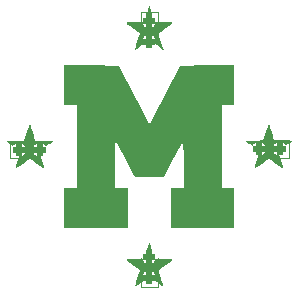
<source format=gto>
%TF.GenerationSoftware,KiCad,Pcbnew,8.0.6*%
%TF.CreationDate,2024-11-25T21:33:12-05:00*%
%TF.ProjectId,mason-comet-ornament,6d61736f-6e2d-4636-9f6d-65742d6f726e,rev?*%
%TF.SameCoordinates,Original*%
%TF.FileFunction,Legend,Top*%
%TF.FilePolarity,Positive*%
%FSLAX46Y46*%
G04 Gerber Fmt 4.6, Leading zero omitted, Abs format (unit mm)*
G04 Created by KiCad (PCBNEW 8.0.6) date 2024-11-25 21:33:12*
%MOMM*%
%LPD*%
G01*
G04 APERTURE LIST*
G04 Aperture macros list*
%AMRoundRect*
0 Rectangle with rounded corners*
0 $1 Rounding radius*
0 $2 $3 $4 $5 $6 $7 $8 $9 X,Y pos of 4 corners*
0 Add a 4 corners polygon primitive as box body*
4,1,4,$2,$3,$4,$5,$6,$7,$8,$9,$2,$3,0*
0 Add four circle primitives for the rounded corners*
1,1,$1+$1,$2,$3*
1,1,$1+$1,$4,$5*
1,1,$1+$1,$6,$7*
1,1,$1+$1,$8,$9*
0 Add four rect primitives between the rounded corners*
20,1,$1+$1,$2,$3,$4,$5,0*
20,1,$1+$1,$4,$5,$6,$7,0*
20,1,$1+$1,$6,$7,$8,$9,0*
20,1,$1+$1,$8,$9,$2,$3,0*%
G04 Aperture macros list end*
%ADD10C,0.000000*%
%ADD11C,0.120000*%
%ADD12RoundRect,0.237500X-0.287500X-0.237500X0.287500X-0.237500X0.287500X0.237500X-0.287500X0.237500X0*%
%ADD13RoundRect,0.237500X0.237500X-0.287500X0.237500X0.287500X-0.237500X0.287500X-0.237500X-0.287500X0*%
%ADD14RoundRect,0.237500X-0.237500X0.287500X-0.237500X-0.287500X0.237500X-0.287500X0.237500X0.287500X0*%
%ADD15RoundRect,0.237500X0.287500X0.237500X-0.287500X0.237500X-0.287500X-0.237500X0.287500X-0.237500X0*%
%ADD16R,0.850000X0.850000*%
%ADD17C,0.900000*%
G04 APERTURE END LIST*
D10*
G36*
X51695517Y-45289559D02*
G01*
X50651606Y-45289559D01*
X50651606Y-52371127D01*
X51164240Y-52381510D01*
X51676874Y-52391902D01*
X51676874Y-55710040D01*
X46345474Y-55710040D01*
X46345474Y-52391902D01*
X46876753Y-52381579D01*
X47408028Y-52371264D01*
X47403135Y-50647969D01*
X47399415Y-49956974D01*
X47392905Y-49349464D01*
X47384524Y-48891080D01*
X47379917Y-48738324D01*
X47375187Y-48647465D01*
X47352131Y-48370251D01*
X47158321Y-48722027D01*
X46331526Y-50248211D01*
X45698542Y-51422612D01*
X44505382Y-51432446D01*
X43312227Y-51442280D01*
X43053457Y-50966412D01*
X42242434Y-49465275D01*
X42024128Y-49061386D01*
X41837985Y-48719591D01*
X41703728Y-48475936D01*
X41662222Y-48402176D01*
X41641085Y-48366467D01*
X41591989Y-48292927D01*
X41591989Y-52371256D01*
X42123268Y-52381579D01*
X42654543Y-52391894D01*
X42654543Y-54050959D01*
X42654524Y-55710040D01*
X39979505Y-55719599D01*
X37304488Y-55729151D01*
X37304488Y-52373240D01*
X38347653Y-52373240D01*
X38357345Y-48831395D01*
X38367036Y-45289555D01*
X37835757Y-45289559D01*
X37304484Y-45289563D01*
X37304484Y-41970856D01*
X39620542Y-41980446D01*
X41936607Y-41990037D01*
X43208984Y-44478150D01*
X43704490Y-45444210D01*
X44113063Y-46235272D01*
X44392349Y-46769708D01*
X44470274Y-46915181D01*
X44499994Y-46965886D01*
X44607456Y-46769442D01*
X44886269Y-46234847D01*
X45788792Y-44477768D01*
X47058941Y-41990029D01*
X49377230Y-41980439D01*
X51695517Y-41970849D01*
X51695517Y-45289559D01*
G37*
G36*
X44502970Y-36979991D02*
G01*
X44508123Y-36980618D01*
X44513292Y-36982490D01*
X44518492Y-36985608D01*
X44523739Y-36989971D01*
X44529046Y-36995581D01*
X44534428Y-37002436D01*
X44539901Y-37010536D01*
X44545478Y-37019882D01*
X44551174Y-37030473D01*
X44557005Y-37042310D01*
X44569127Y-37069719D01*
X44581962Y-37102108D01*
X44595627Y-37139478D01*
X44610240Y-37181828D01*
X44625919Y-37229157D01*
X44660943Y-37338752D01*
X44748949Y-37617675D01*
X44973742Y-38321509D01*
X45732869Y-38321509D01*
X46030771Y-38320935D01*
X46148070Y-38321555D01*
X46244647Y-38323966D01*
X46320785Y-38329061D01*
X46376767Y-38337731D01*
X46397289Y-38343685D01*
X46412878Y-38350866D01*
X46423571Y-38359387D01*
X46429402Y-38369359D01*
X46430407Y-38380892D01*
X46426621Y-38394099D01*
X46418081Y-38409091D01*
X46404820Y-38425979D01*
X46364283Y-38465889D01*
X46305293Y-38514720D01*
X46228134Y-38573364D01*
X46133091Y-38642712D01*
X45890482Y-38817084D01*
X45657500Y-38986592D01*
X45466733Y-39128022D01*
X45337850Y-39226637D01*
X45302761Y-39255284D01*
X45293630Y-39263635D01*
X45290518Y-39267699D01*
X45295185Y-39285668D01*
X45308564Y-39330226D01*
X45357718Y-39487265D01*
X45430504Y-39715129D01*
X45519446Y-39990134D01*
X45519446Y-39990481D01*
X45611212Y-40268114D01*
X45675374Y-40467490D01*
X45695180Y-40539314D01*
X45705776Y-40593353D01*
X45707381Y-40613889D01*
X45706395Y-40630200D01*
X45702722Y-40642363D01*
X45696266Y-40650449D01*
X45686930Y-40654535D01*
X45674620Y-40654693D01*
X45659237Y-40650998D01*
X45640687Y-40643524D01*
X45593700Y-40617536D01*
X45532887Y-40577322D01*
X45366712Y-40456590D01*
X45136006Y-40286071D01*
X44907449Y-40116181D01*
X44817135Y-40049430D01*
X44739454Y-39994779D01*
X44671898Y-39952206D01*
X44641133Y-39935441D01*
X44611958Y-39921688D01*
X44584061Y-39910943D01*
X44557128Y-39903204D01*
X44530845Y-39898468D01*
X44504898Y-39896732D01*
X44478975Y-39897993D01*
X44452762Y-39902249D01*
X44425945Y-39909496D01*
X44398211Y-39919733D01*
X44369246Y-39932956D01*
X44338737Y-39949162D01*
X44271833Y-39990515D01*
X44194990Y-40043768D01*
X44105701Y-40108899D01*
X43879752Y-40274711D01*
X43650680Y-40441098D01*
X43560217Y-40506104D01*
X43484826Y-40558244D01*
X43423776Y-40596962D01*
X43398401Y-40611114D01*
X43376337Y-40621702D01*
X43357492Y-40628657D01*
X43341776Y-40631909D01*
X43329096Y-40631389D01*
X43319362Y-40627027D01*
X43312482Y-40618754D01*
X43308365Y-40606501D01*
X43306918Y-40590197D01*
X43308052Y-40569774D01*
X43311673Y-40545162D01*
X43317692Y-40516291D01*
X43336554Y-40445497D01*
X43363907Y-40356836D01*
X43399018Y-40249751D01*
X43489594Y-39978091D01*
X43648909Y-39489315D01*
X43697486Y-39335418D01*
X43715420Y-39272708D01*
X43714651Y-39270974D01*
X43712337Y-39268141D01*
X43703227Y-39259295D01*
X43688399Y-39246403D01*
X43668161Y-39229699D01*
X43612687Y-39185789D01*
X43539270Y-39129434D01*
X43450374Y-39062501D01*
X43348463Y-38986860D01*
X43236003Y-38904378D01*
X43115456Y-38816924D01*
X42872839Y-38642568D01*
X42777792Y-38573243D01*
X42700634Y-38514631D01*
X42641647Y-38465838D01*
X42619057Y-38444845D01*
X42601117Y-38425971D01*
X42587863Y-38409107D01*
X42579329Y-38394139D01*
X42575552Y-38380956D01*
X42576567Y-38369447D01*
X42582410Y-38359500D01*
X42593117Y-38351004D01*
X42608722Y-38343847D01*
X42629262Y-38337917D01*
X42654772Y-38333102D01*
X42685287Y-38329292D01*
X42761478Y-38324237D01*
X42858118Y-38321860D01*
X42975493Y-38321267D01*
X43273585Y-38321864D01*
X44033228Y-38321864D01*
X44258023Y-37617000D01*
X44345664Y-37338225D01*
X44380513Y-37228706D01*
X44410647Y-37139100D01*
X44437011Y-37069409D01*
X44449076Y-37042031D01*
X44460554Y-37019632D01*
X44471565Y-37002212D01*
X44482225Y-36989771D01*
X44492654Y-36982310D01*
X44502970Y-36979827D01*
X44502970Y-36979991D01*
G37*
G36*
X34384722Y-47001601D02*
G01*
X34389875Y-47002228D01*
X34395044Y-47004100D01*
X34400245Y-47007218D01*
X34405491Y-47011582D01*
X34410798Y-47017191D01*
X34416181Y-47024046D01*
X34421653Y-47032146D01*
X34427230Y-47041492D01*
X34432927Y-47052083D01*
X34438758Y-47063920D01*
X34450880Y-47091329D01*
X34463715Y-47123719D01*
X34477380Y-47161089D01*
X34491993Y-47203439D01*
X34507672Y-47250768D01*
X34542696Y-47360364D01*
X34630703Y-47639289D01*
X34855496Y-48343116D01*
X35614622Y-48343116D01*
X35912525Y-48342542D01*
X36029824Y-48343161D01*
X36126401Y-48345573D01*
X36202539Y-48350668D01*
X36258521Y-48359338D01*
X36279043Y-48365292D01*
X36294632Y-48372474D01*
X36305325Y-48380995D01*
X36311156Y-48390966D01*
X36312161Y-48402500D01*
X36308375Y-48415707D01*
X36299834Y-48430699D01*
X36286574Y-48447587D01*
X36246037Y-48487497D01*
X36187047Y-48536328D01*
X36109888Y-48594972D01*
X36014844Y-48664320D01*
X35772236Y-48838691D01*
X35539253Y-49008201D01*
X35348486Y-49149633D01*
X35219604Y-49248249D01*
X35184515Y-49276896D01*
X35175384Y-49285249D01*
X35172272Y-49289313D01*
X35176939Y-49307282D01*
X35190318Y-49351840D01*
X35239472Y-49508879D01*
X35312257Y-49736743D01*
X35401198Y-50011748D01*
X35401198Y-50012099D01*
X35492964Y-50289732D01*
X35557126Y-50489106D01*
X35576931Y-50560930D01*
X35587528Y-50614969D01*
X35589133Y-50635504D01*
X35588146Y-50651816D01*
X35584473Y-50663977D01*
X35578017Y-50672064D01*
X35568682Y-50676149D01*
X35556371Y-50676307D01*
X35540989Y-50672612D01*
X35522439Y-50665138D01*
X35475452Y-50639150D01*
X35414639Y-50598936D01*
X35248464Y-50478203D01*
X35017760Y-50307685D01*
X34789224Y-50137796D01*
X34698936Y-50071045D01*
X34621288Y-50016394D01*
X34553771Y-49973821D01*
X34523027Y-49957057D01*
X34493875Y-49943304D01*
X34466001Y-49932559D01*
X34439091Y-49924820D01*
X34412832Y-49920084D01*
X34386910Y-49918347D01*
X34361011Y-49919609D01*
X34334822Y-49923864D01*
X34308029Y-49931112D01*
X34280317Y-49941348D01*
X34251375Y-49954571D01*
X34220888Y-49970777D01*
X34154022Y-50012129D01*
X34077213Y-50065382D01*
X33987949Y-50130514D01*
X33762022Y-50296325D01*
X33532928Y-50462712D01*
X33442439Y-50527717D01*
X33367015Y-50579857D01*
X33305926Y-50618575D01*
X33280530Y-50632727D01*
X33258443Y-50643315D01*
X33239575Y-50650270D01*
X33223836Y-50653522D01*
X33211132Y-50653002D01*
X33201374Y-50648641D01*
X33194470Y-50640368D01*
X33190328Y-50628114D01*
X33188858Y-50611811D01*
X33189969Y-50591388D01*
X33193568Y-50566776D01*
X33199565Y-50537905D01*
X33218389Y-50467111D01*
X33245708Y-50378449D01*
X33280794Y-50271364D01*
X33371348Y-49999702D01*
X33530663Y-49510925D01*
X33579239Y-49357028D01*
X33597172Y-49294318D01*
X33596403Y-49292584D01*
X33594089Y-49289751D01*
X33584979Y-49280904D01*
X33570151Y-49268012D01*
X33549913Y-49251308D01*
X33494440Y-49207398D01*
X33421023Y-49151042D01*
X33332127Y-49084109D01*
X33230217Y-49008468D01*
X33117756Y-48925985D01*
X32997210Y-48838531D01*
X32754592Y-48664151D01*
X32659545Y-48594801D01*
X32582386Y-48536155D01*
X32523399Y-48487323D01*
X32500809Y-48466309D01*
X32482869Y-48447413D01*
X32469615Y-48430526D01*
X32461081Y-48415534D01*
X32457304Y-48402328D01*
X32458319Y-48390795D01*
X32464162Y-48380824D01*
X32474869Y-48372304D01*
X32490474Y-48365123D01*
X32511014Y-48359170D01*
X32536524Y-48354333D01*
X32567039Y-48350502D01*
X32643230Y-48345409D01*
X32739871Y-48342999D01*
X32857246Y-48342381D01*
X33155339Y-48342956D01*
X33914984Y-48342956D01*
X34139777Y-47638610D01*
X34227418Y-47359835D01*
X34262268Y-47250315D01*
X34292401Y-47160708D01*
X34318765Y-47091016D01*
X34330830Y-47063638D01*
X34342308Y-47041239D01*
X34353318Y-47023819D01*
X34363978Y-47011378D01*
X34374406Y-47003916D01*
X34384722Y-47001433D01*
X34384722Y-47001601D01*
G37*
G36*
X54621214Y-47001601D02*
G01*
X54626367Y-47002228D01*
X54631536Y-47004100D01*
X54636737Y-47007218D01*
X54641983Y-47011582D01*
X54647291Y-47017191D01*
X54652673Y-47024046D01*
X54658145Y-47032146D01*
X54663722Y-47041492D01*
X54669419Y-47052083D01*
X54675249Y-47063920D01*
X54687371Y-47091329D01*
X54700206Y-47123719D01*
X54713871Y-47161089D01*
X54728484Y-47203439D01*
X54744163Y-47250768D01*
X54779187Y-47360364D01*
X54867194Y-47639289D01*
X55091990Y-48343116D01*
X55851115Y-48343116D01*
X56149016Y-48342542D01*
X56266315Y-48343161D01*
X56362891Y-48345573D01*
X56439029Y-48350668D01*
X56495011Y-48359338D01*
X56515533Y-48365292D01*
X56531122Y-48372474D01*
X56541815Y-48380995D01*
X56547645Y-48390966D01*
X56548650Y-48402500D01*
X56544865Y-48415707D01*
X56536324Y-48430699D01*
X56523064Y-48447587D01*
X56482527Y-48487497D01*
X56423537Y-48536328D01*
X56346379Y-48594972D01*
X56251335Y-48664320D01*
X56008726Y-48838691D01*
X55775745Y-49008201D01*
X55584978Y-49149633D01*
X55456094Y-49248249D01*
X55421005Y-49276896D01*
X55411874Y-49285249D01*
X55408762Y-49289313D01*
X55413430Y-49307282D01*
X55426809Y-49351840D01*
X55475964Y-49508879D01*
X55548751Y-49736743D01*
X55637694Y-50011748D01*
X55637694Y-50012099D01*
X55729461Y-50289732D01*
X55793623Y-50489106D01*
X55813428Y-50560930D01*
X55824024Y-50614969D01*
X55825629Y-50635504D01*
X55824642Y-50651816D01*
X55820969Y-50663977D01*
X55814513Y-50672064D01*
X55805177Y-50676149D01*
X55792866Y-50676307D01*
X55777484Y-50672612D01*
X55758933Y-50665138D01*
X55711945Y-50639150D01*
X55651133Y-50598936D01*
X55484957Y-50478203D01*
X55254252Y-50307685D01*
X55025694Y-50137796D01*
X54935380Y-50071045D01*
X54857699Y-50016394D01*
X54790142Y-49973821D01*
X54759377Y-49957057D01*
X54730203Y-49943304D01*
X54702306Y-49932559D01*
X54675372Y-49924820D01*
X54649089Y-49920084D01*
X54623143Y-49918347D01*
X54597220Y-49919609D01*
X54571007Y-49923864D01*
X54544190Y-49931112D01*
X54516456Y-49941348D01*
X54487492Y-49954571D01*
X54456983Y-49970777D01*
X54390079Y-50012129D01*
X54313237Y-50065382D01*
X54223948Y-50130514D01*
X53998000Y-50296325D01*
X53768928Y-50462712D01*
X53678464Y-50527717D01*
X53603073Y-50579857D01*
X53542023Y-50618575D01*
X53516647Y-50632727D01*
X53494583Y-50643315D01*
X53475739Y-50650270D01*
X53460022Y-50653522D01*
X53447343Y-50653002D01*
X53437609Y-50648641D01*
X53430728Y-50640368D01*
X53426611Y-50628114D01*
X53425165Y-50611811D01*
X53426298Y-50591388D01*
X53429920Y-50566776D01*
X53435938Y-50537905D01*
X53454800Y-50467111D01*
X53482153Y-50378449D01*
X53517265Y-50271364D01*
X53607840Y-49999702D01*
X53767157Y-49510925D01*
X53815733Y-49357028D01*
X53833666Y-49294318D01*
X53832897Y-49292584D01*
X53830583Y-49289751D01*
X53821474Y-49280904D01*
X53806646Y-49268012D01*
X53786409Y-49251308D01*
X53730935Y-49207398D01*
X53657518Y-49151042D01*
X53568621Y-49084109D01*
X53466710Y-49008468D01*
X53354249Y-48925985D01*
X53233702Y-48838531D01*
X52991085Y-48664151D01*
X52896038Y-48594801D01*
X52818879Y-48536155D01*
X52759892Y-48487323D01*
X52737303Y-48466309D01*
X52719363Y-48447413D01*
X52706109Y-48430526D01*
X52697575Y-48415534D01*
X52693798Y-48402328D01*
X52694814Y-48390795D01*
X52700657Y-48380824D01*
X52711363Y-48372304D01*
X52726969Y-48365123D01*
X52747509Y-48359170D01*
X52773019Y-48354333D01*
X52803534Y-48350502D01*
X52879725Y-48345409D01*
X52976366Y-48342999D01*
X53093741Y-48342381D01*
X53391833Y-48342956D01*
X54151476Y-48342956D01*
X54376273Y-47638610D01*
X54463913Y-47359835D01*
X54498763Y-47250315D01*
X54528896Y-47160709D01*
X54555259Y-47091016D01*
X54567324Y-47063638D01*
X54578802Y-47041239D01*
X54589811Y-47023819D01*
X54600471Y-47011378D01*
X54610899Y-47003916D01*
X54621214Y-47001433D01*
X54621214Y-47001601D01*
G37*
G36*
X44508123Y-57023834D02*
G01*
X44513292Y-57025707D01*
X44518492Y-57028825D01*
X44523739Y-57033189D01*
X44529046Y-57038798D01*
X44534428Y-57045653D01*
X44539901Y-57053754D01*
X44545478Y-57063100D01*
X44551174Y-57073691D01*
X44557005Y-57085528D01*
X44569127Y-57112938D01*
X44581962Y-57145328D01*
X44595627Y-57182698D01*
X44610240Y-57225049D01*
X44625919Y-57272378D01*
X44660943Y-57381974D01*
X44748949Y-57660895D01*
X44973742Y-58364730D01*
X45732869Y-58364730D01*
X46030771Y-58364134D01*
X46148070Y-58364728D01*
X46244647Y-58367106D01*
X46320785Y-58372162D01*
X46376767Y-58380788D01*
X46397289Y-58386719D01*
X46412878Y-58393877D01*
X46423571Y-58402374D01*
X46429402Y-58412321D01*
X46430407Y-58423830D01*
X46426621Y-58437013D01*
X46418081Y-58451981D01*
X46404820Y-58468846D01*
X46364283Y-58508712D01*
X46305293Y-58557505D01*
X46228134Y-58616115D01*
X46133091Y-58685437D01*
X45890482Y-58859786D01*
X45657500Y-59029377D01*
X45466733Y-59170986D01*
X45337850Y-59269779D01*
X45302761Y-59298483D01*
X45293630Y-59306851D01*
X45290518Y-59310920D01*
X45295185Y-59328889D01*
X45308564Y-59373448D01*
X45357718Y-59530488D01*
X45430504Y-59758353D01*
X45519446Y-60033355D01*
X45611212Y-60311010D01*
X45675374Y-60510445D01*
X45695180Y-60582309D01*
X45705776Y-60636393D01*
X45707381Y-60656952D01*
X45706395Y-60673288D01*
X45702722Y-60685474D01*
X45696266Y-60693585D01*
X45686930Y-60697695D01*
X45674620Y-60697878D01*
X45659237Y-60694207D01*
X45640687Y-60686756D01*
X45593700Y-60660813D01*
X45532887Y-60620638D01*
X45366712Y-60499964D01*
X45136006Y-60329467D01*
X44907449Y-60159575D01*
X44817135Y-60092824D01*
X44739454Y-60038172D01*
X44671898Y-59995598D01*
X44641133Y-59978834D01*
X44611958Y-59965080D01*
X44584061Y-59954336D01*
X44557128Y-59946596D01*
X44530845Y-59941860D01*
X44504898Y-59940124D01*
X44478975Y-59941385D01*
X44452762Y-59945640D01*
X44425945Y-59952888D01*
X44398211Y-59963125D01*
X44369246Y-59976348D01*
X44338737Y-59992554D01*
X44271833Y-60033907D01*
X44194990Y-60087160D01*
X44105701Y-60152293D01*
X43879752Y-60318107D01*
X43650680Y-60484493D01*
X43560217Y-60549499D01*
X43484826Y-60601638D01*
X43423776Y-60640355D01*
X43398401Y-60654507D01*
X43376337Y-60665095D01*
X43357492Y-60672050D01*
X43341776Y-60675302D01*
X43329096Y-60674782D01*
X43319362Y-60670420D01*
X43312482Y-60662147D01*
X43308365Y-60649893D01*
X43306918Y-60633589D01*
X43308052Y-60613166D01*
X43311673Y-60588554D01*
X43317692Y-60559684D01*
X43336554Y-60488889D01*
X43363907Y-60400228D01*
X43399018Y-60293144D01*
X43489594Y-60021483D01*
X43648909Y-59532710D01*
X43697486Y-59378813D01*
X43715420Y-59316100D01*
X43714651Y-59314366D01*
X43712337Y-59311533D01*
X43703227Y-59302686D01*
X43688399Y-59289794D01*
X43668161Y-59273089D01*
X43612687Y-59229179D01*
X43539270Y-59172824D01*
X43450374Y-59105891D01*
X43348463Y-59030250D01*
X43236003Y-58947767D01*
X43115456Y-58860313D01*
X42872839Y-58685933D01*
X42777792Y-58616583D01*
X42700634Y-58557937D01*
X42641647Y-58509105D01*
X42619057Y-58488090D01*
X42601117Y-58469195D01*
X42587863Y-58452307D01*
X42579329Y-58437316D01*
X42575552Y-58424110D01*
X42576567Y-58412577D01*
X42582410Y-58402606D01*
X42593117Y-58394086D01*
X42608722Y-58386905D01*
X42629262Y-58380952D01*
X42654772Y-58376115D01*
X42685287Y-58372284D01*
X42761478Y-58367191D01*
X42858118Y-58364780D01*
X42975493Y-58364162D01*
X43273585Y-58364738D01*
X44033228Y-58364738D01*
X44258023Y-57660392D01*
X44345664Y-57381621D01*
X44380513Y-57272102D01*
X44410647Y-57182496D01*
X44437011Y-57112804D01*
X44449076Y-57085425D01*
X44460554Y-57063025D01*
X44471565Y-57045604D01*
X44482225Y-57033162D01*
X44492654Y-57025699D01*
X44502970Y-57023215D01*
X44502970Y-57023208D01*
X44508123Y-57023834D01*
G37*
D11*
%TO.C,D2*%
X32715000Y-48365000D02*
X32715000Y-49835000D01*
X32715000Y-49835000D02*
X35175000Y-49835000D01*
X35175000Y-48365000D02*
X32715000Y-48365000D01*
%TO.C,D4*%
X43765000Y-60760000D02*
X45235000Y-60760000D01*
X45235000Y-60760000D02*
X45235000Y-58300000D01*
X43765000Y-58300000D02*
X43765000Y-60760000D01*
%TO.C,D1*%
X45235000Y-37440000D02*
X43765000Y-37440000D01*
X43765000Y-37440000D02*
X43765000Y-39900000D01*
X45235000Y-39900000D02*
X45235000Y-37440000D01*
%TO.C,D3*%
X56310000Y-49785000D02*
X56310000Y-48315000D01*
X56310000Y-48315000D02*
X53850000Y-48315000D01*
X53850000Y-49785000D02*
X56310000Y-49785000D01*
%TD*%
%LPC*%
D10*
G36*
X46500000Y-35000000D02*
G01*
X47091073Y-35088936D01*
X47672978Y-35200548D01*
X48245276Y-35334401D01*
X48807522Y-35490062D01*
X49359276Y-35667098D01*
X49900095Y-35865074D01*
X50429536Y-36083556D01*
X50947159Y-36322112D01*
X51452520Y-36580308D01*
X51945179Y-36857710D01*
X52424691Y-37153883D01*
X52890617Y-37468396D01*
X53342513Y-37800813D01*
X53779937Y-38150701D01*
X54202448Y-38517627D01*
X54609603Y-38901157D01*
X55000960Y-39300858D01*
X55376078Y-39716295D01*
X55734513Y-40147034D01*
X56075825Y-40592643D01*
X56399570Y-41052688D01*
X56705307Y-41526735D01*
X56992594Y-42014349D01*
X57260988Y-42515099D01*
X57510048Y-43028549D01*
X57739331Y-43554267D01*
X57948396Y-44091818D01*
X58136800Y-44640770D01*
X58304102Y-45200687D01*
X58449858Y-45771137D01*
X58573628Y-46351686D01*
X58674969Y-46941901D01*
X58762817Y-47521720D01*
X58786068Y-48522170D01*
X58809322Y-49522627D01*
X58760746Y-50055411D01*
X58686276Y-50708088D01*
X58583562Y-51350539D01*
X58453241Y-51982151D01*
X58295945Y-52602314D01*
X58112310Y-53210413D01*
X57902970Y-53805838D01*
X57668561Y-54387976D01*
X57409715Y-54956214D01*
X57127068Y-55509941D01*
X56821255Y-56048544D01*
X56492910Y-56571411D01*
X56142668Y-57077930D01*
X55771163Y-57567489D01*
X55379029Y-58039475D01*
X54966902Y-58493277D01*
X54535416Y-58928282D01*
X54085205Y-59343877D01*
X53616904Y-59739451D01*
X53131148Y-60114392D01*
X52628571Y-60468086D01*
X52109807Y-60799923D01*
X51575492Y-61109290D01*
X51026260Y-61395574D01*
X50462745Y-61658164D01*
X49885582Y-61896446D01*
X49295405Y-62109810D01*
X48692850Y-62297643D01*
X48078550Y-62459332D01*
X47453140Y-62594265D01*
X46817255Y-62701831D01*
X46171529Y-62781416D01*
X45516598Y-62832409D01*
X45516598Y-62831891D01*
X45222042Y-62847514D01*
X44971454Y-62859532D01*
X44791383Y-62866772D01*
X44736088Y-62868234D01*
X44708378Y-62868062D01*
X44493651Y-62854843D01*
X44064487Y-62830861D01*
X43388934Y-62777692D01*
X42722956Y-62692891D01*
X42067295Y-62577223D01*
X41422696Y-62431455D01*
X40789900Y-62256353D01*
X40169651Y-62052681D01*
X39562691Y-61821207D01*
X38969764Y-61562695D01*
X38391612Y-61277911D01*
X37828978Y-60967623D01*
X37282606Y-60632594D01*
X36753238Y-60273592D01*
X36241616Y-59891381D01*
X35748485Y-59486729D01*
X35274586Y-59060400D01*
X34820664Y-58613160D01*
X34387459Y-58145776D01*
X33975716Y-57659012D01*
X33586178Y-57153636D01*
X33219587Y-56630413D01*
X32876686Y-56090108D01*
X32558218Y-55533487D01*
X32264926Y-54961317D01*
X31997553Y-54374363D01*
X31756842Y-53773391D01*
X31543536Y-53159166D01*
X31358377Y-52532456D01*
X31202109Y-51894024D01*
X31075474Y-51244638D01*
X30979216Y-50585063D01*
X30914076Y-49916065D01*
X30900288Y-49635283D01*
X32102429Y-49635283D01*
X32169092Y-50233183D01*
X32245849Y-50806983D01*
X32346820Y-51371876D01*
X32471465Y-51927342D01*
X32619242Y-52472860D01*
X32789610Y-53007907D01*
X32982029Y-53531962D01*
X33195957Y-54044504D01*
X33430853Y-54545011D01*
X33686177Y-55032962D01*
X33961388Y-55507834D01*
X34255943Y-55969106D01*
X34569304Y-56416258D01*
X34900928Y-56848766D01*
X35250274Y-57266111D01*
X35616802Y-57667769D01*
X35999971Y-58053220D01*
X36399239Y-58421941D01*
X36814065Y-58773413D01*
X37243910Y-59107112D01*
X37688231Y-59422517D01*
X38146488Y-59719107D01*
X38618140Y-59996361D01*
X39102645Y-60253756D01*
X39599463Y-60490771D01*
X40108053Y-60706884D01*
X40627874Y-60901575D01*
X41158384Y-61074321D01*
X41699044Y-61224600D01*
X42249311Y-61351892D01*
X42808645Y-61455675D01*
X43376505Y-61535427D01*
X43952351Y-61590626D01*
X44565429Y-61620800D01*
X45173888Y-61621004D01*
X45776952Y-61591861D01*
X46373846Y-61533991D01*
X46963796Y-61448017D01*
X47546026Y-61334561D01*
X48119761Y-61194243D01*
X48684226Y-61027687D01*
X49238646Y-60835514D01*
X49782246Y-60618345D01*
X50314251Y-60376803D01*
X50833886Y-60111509D01*
X51340376Y-59823085D01*
X51832945Y-59512152D01*
X52310819Y-59179333D01*
X52773222Y-58825250D01*
X53219380Y-58450523D01*
X53648518Y-58055775D01*
X54059859Y-57641627D01*
X54452631Y-57208702D01*
X54826056Y-56757621D01*
X55179361Y-56289006D01*
X55511769Y-55803478D01*
X55822507Y-55301660D01*
X56110799Y-54784173D01*
X56375870Y-54251639D01*
X56616944Y-53704680D01*
X56833248Y-53143917D01*
X57024005Y-52569973D01*
X57188441Y-51983469D01*
X57325781Y-51385026D01*
X57435249Y-50775267D01*
X57522064Y-50215613D01*
X57543251Y-49196547D01*
X57564953Y-48177489D01*
X57517933Y-47683982D01*
X57450695Y-47112203D01*
X57358727Y-46548612D01*
X57242588Y-45993761D01*
X57102837Y-45448202D01*
X56940033Y-44912487D01*
X56754735Y-44387167D01*
X56547501Y-43872795D01*
X56318892Y-43369921D01*
X56069464Y-42879099D01*
X55799779Y-42400880D01*
X55510394Y-41935815D01*
X55201869Y-41484456D01*
X54874762Y-41047356D01*
X54529633Y-40625066D01*
X54167040Y-40218138D01*
X53787542Y-39827123D01*
X53391699Y-39452574D01*
X52980069Y-39095043D01*
X52553211Y-38755081D01*
X52111684Y-38433240D01*
X51656047Y-38130072D01*
X51186860Y-37846129D01*
X50704680Y-37581962D01*
X50210067Y-37338124D01*
X49703580Y-37115166D01*
X49185778Y-36913640D01*
X48657220Y-36734098D01*
X48118464Y-36577092D01*
X47570070Y-36443174D01*
X47012597Y-36332894D01*
X46446603Y-36246806D01*
X45872648Y-36185462D01*
X45275787Y-36134814D01*
X44442760Y-36160136D01*
X43867619Y-36190356D01*
X43299318Y-36245505D01*
X42738420Y-36325080D01*
X42185491Y-36428579D01*
X41641095Y-36555502D01*
X41105796Y-36705346D01*
X40580161Y-36877611D01*
X40064752Y-37071795D01*
X39560135Y-37287395D01*
X39066875Y-37523912D01*
X38585535Y-37780843D01*
X38116681Y-38057686D01*
X37660877Y-38353941D01*
X37218688Y-38669106D01*
X36790679Y-39002678D01*
X36377414Y-39354158D01*
X35979457Y-39723043D01*
X35597374Y-40108831D01*
X35231729Y-40511022D01*
X34883086Y-40929113D01*
X34552011Y-41362604D01*
X34239067Y-41810993D01*
X33944820Y-42273777D01*
X33669835Y-42750456D01*
X33414675Y-43240529D01*
X33179905Y-43743493D01*
X32966090Y-44258848D01*
X32773796Y-44786091D01*
X32603585Y-45324721D01*
X32456023Y-45874237D01*
X32331675Y-46434137D01*
X32231105Y-47003920D01*
X32144805Y-47563574D01*
X32123617Y-48599684D01*
X32102429Y-49635283D01*
X30900288Y-49635283D01*
X30880799Y-49238410D01*
X30856512Y-48261206D01*
X30906638Y-47705168D01*
X30975838Y-47088010D01*
X31070352Y-46479780D01*
X31189672Y-45881005D01*
X31333290Y-45292211D01*
X31500696Y-44713928D01*
X31691383Y-44146682D01*
X31904841Y-43591001D01*
X32140562Y-43047412D01*
X32398037Y-42516444D01*
X32676759Y-41998622D01*
X32976217Y-41494476D01*
X33295904Y-41004532D01*
X33635312Y-40529318D01*
X33993931Y-40069361D01*
X34371253Y-39625189D01*
X34766769Y-39197330D01*
X35179972Y-38786311D01*
X35610351Y-38392659D01*
X36057399Y-38016902D01*
X36520607Y-37659568D01*
X36999467Y-37321183D01*
X37493469Y-37002276D01*
X38002106Y-36703374D01*
X38524869Y-36425004D01*
X39061248Y-36167695D01*
X39610737Y-35931973D01*
X40172825Y-35718366D01*
X40747005Y-35527401D01*
X41332767Y-35359607D01*
X41929604Y-35215510D01*
X42537007Y-35095638D01*
X43154467Y-35000518D01*
X43693451Y-34928688D01*
X44812246Y-34927654D01*
X45931042Y-34926105D01*
X46500000Y-35000000D01*
G37*
G36*
X53159320Y-19960100D02*
G01*
X53159265Y-19960099D01*
X53159540Y-19960095D01*
X53159320Y-19960100D01*
G37*
G36*
X53585258Y-19970630D02*
G01*
X54008360Y-20002084D01*
X54427868Y-20054169D01*
X54843077Y-20126593D01*
X55253284Y-20219064D01*
X55657783Y-20331292D01*
X56055872Y-20462984D01*
X56446844Y-20613848D01*
X56829997Y-20783593D01*
X57204627Y-20971928D01*
X57570028Y-21178560D01*
X57925496Y-21403198D01*
X58270329Y-21645550D01*
X58603820Y-21905325D01*
X58925266Y-22182231D01*
X59233963Y-22475976D01*
X59527728Y-22784654D01*
X59804655Y-23106083D01*
X60064452Y-23439559D01*
X60306826Y-23784378D01*
X60531487Y-24139836D01*
X60738143Y-24505230D01*
X60926501Y-24879856D01*
X61096271Y-25263009D01*
X61247160Y-25653987D01*
X61378877Y-26052085D01*
X61491130Y-26456599D01*
X61583628Y-26866826D01*
X61656078Y-27282062D01*
X61708190Y-27701603D01*
X61739670Y-28124745D01*
X61750229Y-28550785D01*
X61744081Y-28795734D01*
X61730960Y-29040259D01*
X61710885Y-29284211D01*
X61683873Y-29527442D01*
X61649943Y-29769805D01*
X61609114Y-30011151D01*
X61561404Y-30251334D01*
X61506832Y-30490203D01*
X63287390Y-30057603D01*
X64062668Y-29878060D01*
X64771877Y-29720927D01*
X65422966Y-29584635D01*
X66023885Y-29467613D01*
X66582582Y-29368293D01*
X67107006Y-29285102D01*
X67852699Y-29175033D01*
X68495037Y-29170902D01*
X69137375Y-29167282D01*
X69406609Y-29239112D01*
X69572713Y-29289595D01*
X69730354Y-29349462D01*
X69879434Y-29418165D01*
X70019855Y-29495156D01*
X70151520Y-29579889D01*
X70274331Y-29671817D01*
X70388191Y-29770391D01*
X70493002Y-29875065D01*
X70588667Y-29985290D01*
X70675087Y-30100521D01*
X70752166Y-30220209D01*
X70819806Y-30343806D01*
X70877909Y-30470767D01*
X70926378Y-30600543D01*
X70965116Y-30732586D01*
X70994024Y-30866351D01*
X71013005Y-31001288D01*
X71021962Y-31136852D01*
X71020796Y-31272494D01*
X71009411Y-31407667D01*
X70987710Y-31541823D01*
X70955593Y-31674417D01*
X70912964Y-31804899D01*
X70859726Y-31932723D01*
X70795780Y-32057341D01*
X70721029Y-32178207D01*
X70635376Y-32294772D01*
X70538723Y-32406489D01*
X70430973Y-32512811D01*
X70312028Y-32613191D01*
X70181789Y-32707081D01*
X70040161Y-32793933D01*
X69798357Y-32936721D01*
X69538513Y-33101539D01*
X69265555Y-33284363D01*
X68984412Y-33481168D01*
X68700012Y-33687928D01*
X68417281Y-33900619D01*
X68141148Y-34115216D01*
X67876542Y-34327692D01*
X67628388Y-34534024D01*
X67401616Y-34730186D01*
X67201152Y-34912153D01*
X67031926Y-35075901D01*
X66898864Y-35217403D01*
X66806894Y-35332635D01*
X66777858Y-35379142D01*
X66760944Y-35417572D01*
X66756766Y-35447422D01*
X66765942Y-35468189D01*
X66812127Y-35477094D01*
X66903572Y-35458681D01*
X67214345Y-35343919D01*
X67682471Y-35131933D01*
X68292161Y-34830753D01*
X69027624Y-34448410D01*
X69873069Y-33992934D01*
X70812708Y-33472354D01*
X71830749Y-32894702D01*
X72480454Y-32527170D01*
X73146655Y-32159131D01*
X73751120Y-31833316D01*
X74215614Y-31592456D01*
X75109104Y-31145973D01*
X75645504Y-30973377D01*
X75987098Y-30870096D01*
X76336883Y-30777155D01*
X76693724Y-30694744D01*
X77056486Y-30623054D01*
X77424033Y-30562275D01*
X77795231Y-30512598D01*
X78168944Y-30474213D01*
X78544037Y-30447311D01*
X79041683Y-30418884D01*
X79580143Y-30467464D01*
X79877235Y-30499063D01*
X80168892Y-30540006D01*
X80455061Y-30590271D01*
X80735686Y-30649836D01*
X81010715Y-30718681D01*
X81280093Y-30796784D01*
X81543767Y-30884124D01*
X81801682Y-30980680D01*
X82053785Y-31086431D01*
X82300021Y-31201355D01*
X82540336Y-31325431D01*
X82774678Y-31458638D01*
X83002991Y-31600955D01*
X83225222Y-31752360D01*
X83441317Y-31912833D01*
X83651222Y-32082351D01*
X83711870Y-32133091D01*
X83769156Y-32180437D01*
X83821781Y-32223350D01*
X83868447Y-32260790D01*
X83907855Y-32291720D01*
X83938707Y-32315098D01*
X83950518Y-32323632D01*
X83959702Y-32329888D01*
X83966098Y-32333736D01*
X83968200Y-32334718D01*
X83969543Y-32335048D01*
X83984178Y-32326557D01*
X84010126Y-32302173D01*
X84090872Y-32212260D01*
X84201600Y-32078381D01*
X84332126Y-31913606D01*
X84472267Y-31731005D01*
X84611841Y-31543648D01*
X84740665Y-31364607D01*
X84848557Y-31206951D01*
X84932817Y-31082544D01*
X85015531Y-30967496D01*
X85097181Y-30861444D01*
X85178250Y-30764028D01*
X85259220Y-30674888D01*
X85340576Y-30593661D01*
X85422799Y-30519988D01*
X85506372Y-30453506D01*
X85591780Y-30393856D01*
X85679504Y-30340675D01*
X85770028Y-30293604D01*
X85863835Y-30252281D01*
X85961407Y-30216345D01*
X86063228Y-30185434D01*
X86169780Y-30159189D01*
X86281547Y-30137249D01*
X86559570Y-30089191D01*
X86854118Y-30138797D01*
X87148674Y-30188411D01*
X87429787Y-30329486D01*
X87710396Y-30469528D01*
X87919685Y-30690708D01*
X87981435Y-30762208D01*
X88044101Y-30846876D01*
X88107449Y-30944132D01*
X88171247Y-31053400D01*
X88235261Y-31174100D01*
X88299259Y-31305656D01*
X88363008Y-31447488D01*
X88426273Y-31599020D01*
X88550425Y-31928868D01*
X88669850Y-32290576D01*
X88782684Y-32679520D01*
X88887062Y-33091075D01*
X88923196Y-33247013D01*
X88938321Y-33308555D01*
X88952891Y-33359564D01*
X88960298Y-33381216D01*
X88967961Y-33400352D01*
X88976014Y-33417012D01*
X88984587Y-33431235D01*
X88993812Y-33443059D01*
X89003822Y-33452524D01*
X89014748Y-33459670D01*
X89026722Y-33464535D01*
X89039876Y-33467158D01*
X89054342Y-33467580D01*
X89070251Y-33465838D01*
X89087736Y-33461972D01*
X89106928Y-33456022D01*
X89127959Y-33448026D01*
X89176067Y-33426055D01*
X89233114Y-33396372D01*
X89300154Y-33359292D01*
X89468437Y-33264190D01*
X90160964Y-32888085D01*
X90857174Y-32534900D01*
X91556129Y-32204901D01*
X92256891Y-31898350D01*
X92958522Y-31615514D01*
X93660086Y-31356655D01*
X94360643Y-31122039D01*
X95059257Y-30911929D01*
X95754991Y-30726590D01*
X96446905Y-30566286D01*
X97134063Y-30431281D01*
X97815527Y-30321840D01*
X98490360Y-30238227D01*
X99157623Y-30180707D01*
X99816379Y-30149543D01*
X100465691Y-30145000D01*
X101335915Y-30156883D01*
X101936912Y-29839077D01*
X102481129Y-29559657D01*
X103029549Y-29293908D01*
X103581078Y-29042166D01*
X104134620Y-28804768D01*
X104689079Y-28582050D01*
X105243360Y-28374350D01*
X105796368Y-28182004D01*
X106347006Y-28005349D01*
X106894179Y-27844721D01*
X107436792Y-27700457D01*
X107973749Y-27572894D01*
X108503954Y-27462369D01*
X109026312Y-27369218D01*
X109539727Y-27293779D01*
X110043104Y-27236387D01*
X110535347Y-27197380D01*
X111239708Y-27154488D01*
X111873772Y-27195309D01*
X112116859Y-27214224D01*
X112359790Y-27239509D01*
X112843623Y-27308429D01*
X113322157Y-27400545D01*
X113792279Y-27514336D01*
X114250876Y-27648280D01*
X114694836Y-27800853D01*
X115121045Y-27970534D01*
X115526390Y-28155801D01*
X115907758Y-28355130D01*
X116262037Y-28567001D01*
X116428045Y-28677163D01*
X116586113Y-28789890D01*
X116735852Y-28904990D01*
X116876873Y-29022275D01*
X117008786Y-29141552D01*
X117131203Y-29262634D01*
X117243735Y-29385327D01*
X117345993Y-29509444D01*
X117437586Y-29634793D01*
X117518127Y-29761184D01*
X117587225Y-29888426D01*
X117644493Y-30016330D01*
X117734917Y-30242153D01*
X117756111Y-30596653D01*
X117777290Y-30951671D01*
X117705971Y-31197654D01*
X117660612Y-31339360D01*
X117608614Y-31472535D01*
X117549621Y-31597469D01*
X117483278Y-31714451D01*
X117409230Y-31823769D01*
X117327123Y-31925714D01*
X117236601Y-32020575D01*
X117137308Y-32108641D01*
X117028891Y-32190200D01*
X116910993Y-32265543D01*
X116783260Y-32334959D01*
X116645337Y-32398736D01*
X116496869Y-32457165D01*
X116337500Y-32510533D01*
X116166876Y-32559131D01*
X115984642Y-32603248D01*
X115655641Y-32682897D01*
X115302256Y-32779832D01*
X114929873Y-32891851D01*
X114543878Y-33016754D01*
X114149657Y-33152337D01*
X113752596Y-33296398D01*
X112971502Y-33601148D01*
X112598241Y-33757433D01*
X112243685Y-33913388D01*
X111913221Y-34066811D01*
X111612236Y-34215500D01*
X111346114Y-34357254D01*
X111120244Y-34489870D01*
X110940009Y-34611146D01*
X110810799Y-34718879D01*
X110810253Y-34719888D01*
X110810144Y-34721401D01*
X110811195Y-34725883D01*
X110813874Y-34732214D01*
X110818105Y-34740285D01*
X110830909Y-34761207D01*
X110848989Y-34787768D01*
X110871727Y-34819091D01*
X110898503Y-34854294D01*
X110928697Y-34892499D01*
X110961693Y-34932827D01*
X111001544Y-34981897D01*
X111039050Y-35030544D01*
X111074299Y-35078947D01*
X111107378Y-35127289D01*
X111138373Y-35175750D01*
X111167373Y-35224511D01*
X111194465Y-35273753D01*
X111219736Y-35323657D01*
X111243273Y-35374403D01*
X111265164Y-35426174D01*
X111285496Y-35479149D01*
X111304357Y-35533509D01*
X111321833Y-35589437D01*
X111338012Y-35647112D01*
X111352982Y-35706715D01*
X111366829Y-35768428D01*
X111425224Y-36043864D01*
X111425224Y-37162657D01*
X111348228Y-37535769D01*
X111327606Y-37629658D01*
X111304422Y-37724860D01*
X111278800Y-37821053D01*
X111250862Y-37917916D01*
X111188531Y-38112371D01*
X111118416Y-38305657D01*
X111041500Y-38495208D01*
X111000799Y-38587780D01*
X110958767Y-38678456D01*
X110915528Y-38766914D01*
X110871204Y-38852834D01*
X110825917Y-38935895D01*
X110779793Y-39015776D01*
X110577217Y-39356322D01*
X110100761Y-39840014D01*
X109623787Y-40324225D01*
X109292549Y-40539713D01*
X109123593Y-40645390D01*
X108949533Y-40746357D01*
X108770257Y-40842652D01*
X108585657Y-40934313D01*
X108395620Y-41021376D01*
X108200039Y-41103879D01*
X107998801Y-41181861D01*
X107791798Y-41255359D01*
X107578918Y-41324410D01*
X107360052Y-41389051D01*
X107135089Y-41449321D01*
X106903920Y-41505258D01*
X106666433Y-41556898D01*
X106422520Y-41604279D01*
X106172069Y-41647439D01*
X105914970Y-41686415D01*
X105397179Y-41759795D01*
X104029304Y-41758761D01*
X102661934Y-41757727D01*
X102019600Y-41687960D01*
X101707753Y-41652264D01*
X101333460Y-41606407D01*
X100943731Y-41556241D01*
X100585579Y-41507617D01*
X99793373Y-41395991D01*
X93206184Y-46238593D01*
X86618477Y-51081191D01*
X86838097Y-51409339D01*
X86885991Y-51483133D01*
X86932365Y-51559085D01*
X86977142Y-51637007D01*
X87020246Y-51716711D01*
X87061600Y-51798008D01*
X87101128Y-51880709D01*
X87138754Y-51964628D01*
X87174400Y-52049576D01*
X87207991Y-52135365D01*
X87239450Y-52221806D01*
X87268699Y-52308711D01*
X87295664Y-52395893D01*
X87320268Y-52483163D01*
X87342433Y-52570332D01*
X87362083Y-52657214D01*
X87379143Y-52743619D01*
X87439613Y-53074864D01*
X87417397Y-53489308D01*
X87396202Y-53903752D01*
X87290260Y-54268071D01*
X87196794Y-54546914D01*
X87080106Y-54821446D01*
X86939884Y-55091954D01*
X86775816Y-55358728D01*
X86587588Y-55622056D01*
X86374888Y-55882227D01*
X86137404Y-56139529D01*
X85874823Y-56394250D01*
X85586833Y-56646680D01*
X85273120Y-56897108D01*
X84933373Y-57145820D01*
X84567278Y-57393107D01*
X84174524Y-57639257D01*
X83754797Y-57884558D01*
X83307785Y-58129299D01*
X82833176Y-58373768D01*
X82306612Y-58628274D01*
X81733265Y-58890043D01*
X81141369Y-59147628D01*
X80559157Y-59389580D01*
X80014862Y-59604453D01*
X79536718Y-59780799D01*
X79152958Y-59907170D01*
X79005295Y-59948038D01*
X78891815Y-59972119D01*
X78625683Y-60014493D01*
X78356968Y-59972119D01*
X78206023Y-59943251D01*
X78062622Y-59905523D01*
X77926586Y-59858755D01*
X77797733Y-59802764D01*
X77675885Y-59737372D01*
X77560859Y-59662396D01*
X77452477Y-59577657D01*
X77350557Y-59482975D01*
X77254920Y-59378167D01*
X77165384Y-59263055D01*
X77081770Y-59137457D01*
X77003898Y-59001193D01*
X76931586Y-58854081D01*
X76864654Y-58695942D01*
X76802923Y-58526596D01*
X76746212Y-58345860D01*
X76579305Y-57822205D01*
X76390798Y-57323070D01*
X76181442Y-56849228D01*
X75951986Y-56401452D01*
X75703179Y-55980518D01*
X75435773Y-55587198D01*
X75150515Y-55222267D01*
X75001427Y-55050689D01*
X74848156Y-54886499D01*
X74690798Y-54729793D01*
X74529446Y-54580667D01*
X74364194Y-54439219D01*
X74195134Y-54305545D01*
X74022362Y-54179743D01*
X73845971Y-54061908D01*
X73666053Y-53952137D01*
X73482704Y-53850528D01*
X73296017Y-53757177D01*
X73106086Y-53672181D01*
X72913003Y-53595636D01*
X72716864Y-53527639D01*
X72517761Y-53468287D01*
X72315789Y-53417676D01*
X72111041Y-53375904D01*
X71903610Y-53343068D01*
X71520176Y-53290867D01*
X70970856Y-53314129D01*
X70422054Y-53336865D01*
X70007603Y-53443829D01*
X69932514Y-53464527D01*
X69851921Y-53489149D01*
X69766930Y-53517217D01*
X69678644Y-53548257D01*
X69496606Y-53617345D01*
X69314644Y-53692606D01*
X69141594Y-53770229D01*
X68986291Y-53846408D01*
X68918056Y-53882766D01*
X68857571Y-53917334D01*
X68805941Y-53949637D01*
X68764271Y-53979199D01*
X68681587Y-54043286D01*
X68909481Y-54144566D01*
X69057547Y-54206510D01*
X69217558Y-54266306D01*
X69387536Y-54323397D01*
X69565502Y-54377221D01*
X69749477Y-54427220D01*
X69937482Y-54472834D01*
X70127537Y-54513505D01*
X70317665Y-54548672D01*
X70521607Y-54586970D01*
X70711844Y-54630339D01*
X70888855Y-54679140D01*
X71053121Y-54733734D01*
X71130625Y-54763316D01*
X71205122Y-54794481D01*
X71276673Y-54827275D01*
X71345337Y-54861742D01*
X71411175Y-54897927D01*
X71474247Y-54935875D01*
X71534612Y-54975632D01*
X71592331Y-55017243D01*
X71647464Y-55060752D01*
X71700070Y-55106205D01*
X71750210Y-55153646D01*
X71797944Y-55203121D01*
X71843331Y-55254675D01*
X71886432Y-55308353D01*
X71927307Y-55364199D01*
X71966015Y-55422259D01*
X72002617Y-55482578D01*
X72037172Y-55545201D01*
X72069741Y-55610173D01*
X72100384Y-55677539D01*
X72129160Y-55747344D01*
X72156130Y-55819633D01*
X72204891Y-55971844D01*
X72275684Y-56216794D01*
X72257084Y-56552174D01*
X72238480Y-56887555D01*
X72124790Y-57156788D01*
X72078979Y-57266455D01*
X72038338Y-57365946D01*
X72007334Y-57444315D01*
X71996841Y-57472157D01*
X71990433Y-57490613D01*
X71970276Y-57555211D01*
X72542850Y-57798092D01*
X73237376Y-58099699D01*
X73944018Y-58418456D01*
X74607790Y-58729079D01*
X75173702Y-59006283D01*
X75780899Y-59313244D01*
X76008793Y-59559224D01*
X76059230Y-59615501D01*
X76107011Y-59672520D01*
X76152153Y-59730311D01*
X76194670Y-59788908D01*
X76234579Y-59848341D01*
X76271896Y-59908642D01*
X76306635Y-59969843D01*
X76338813Y-60031976D01*
X76368445Y-60095073D01*
X76395548Y-60159165D01*
X76420137Y-60224284D01*
X76442227Y-60290462D01*
X76461835Y-60357730D01*
X76478976Y-60426120D01*
X76493666Y-60495665D01*
X76505920Y-60566395D01*
X76549843Y-60851140D01*
X76500236Y-61141553D01*
X76487975Y-61204671D01*
X76472186Y-61272813D01*
X76453525Y-61343824D01*
X76432645Y-61415554D01*
X76410202Y-61485848D01*
X76386849Y-61552554D01*
X76363242Y-61613520D01*
X76351547Y-61641177D01*
X76340034Y-61666592D01*
X76229446Y-61901196D01*
X75977783Y-62153378D01*
X75726124Y-62405041D01*
X75490993Y-62515629D01*
X75396574Y-62557756D01*
X75303380Y-62594497D01*
X75210934Y-62625865D01*
X75118763Y-62651871D01*
X75026391Y-62672526D01*
X74933342Y-62687841D01*
X74839142Y-62697827D01*
X74743315Y-62702495D01*
X74645386Y-62701857D01*
X74544881Y-62695923D01*
X74441322Y-62684705D01*
X74334237Y-62668214D01*
X74223148Y-62646461D01*
X74107582Y-62619457D01*
X73987062Y-62587213D01*
X73861114Y-62549740D01*
X73414550Y-62422558D01*
X72931125Y-62307187D01*
X72412902Y-62203921D01*
X71861943Y-62113055D01*
X71280310Y-62034884D01*
X70670065Y-61969703D01*
X70033269Y-61917807D01*
X69371986Y-61879490D01*
X68405121Y-61834019D01*
X67382961Y-61879490D01*
X66492615Y-61926826D01*
X65622893Y-61989107D01*
X64773378Y-62066423D01*
X63943655Y-62158866D01*
X63133309Y-62266528D01*
X62341925Y-62389501D01*
X61569086Y-62527875D01*
X60814378Y-62681742D01*
X60077385Y-62851194D01*
X59357692Y-63036322D01*
X58654883Y-63237217D01*
X57968542Y-63453971D01*
X57298255Y-63686675D01*
X56643606Y-63935421D01*
X56004179Y-64200300D01*
X55379558Y-64481404D01*
X55166535Y-64583603D01*
X54921650Y-64704905D01*
X54406730Y-64968120D01*
X54171912Y-65091684D01*
X53975666Y-65197654D01*
X53835602Y-65276854D01*
X53792140Y-65303549D01*
X53769327Y-65320111D01*
X53768009Y-65322064D01*
X53767659Y-65324498D01*
X53768254Y-65327399D01*
X53769775Y-65330752D01*
X53775504Y-65338757D01*
X53784675Y-65348395D01*
X53797118Y-65359551D01*
X53812662Y-65372107D01*
X53852369Y-65400955D01*
X53902432Y-65434005D01*
X53961483Y-65470324D01*
X54028157Y-65508980D01*
X54101088Y-65549038D01*
X54578954Y-65812545D01*
X55035204Y-66080080D01*
X55469696Y-66351513D01*
X55882286Y-66626710D01*
X56272833Y-66905540D01*
X56641195Y-67187870D01*
X56987230Y-67473568D01*
X57310795Y-67762502D01*
X57611750Y-68054540D01*
X57889952Y-68349549D01*
X58145258Y-68647397D01*
X58377527Y-68947952D01*
X58586617Y-69251082D01*
X58772386Y-69556653D01*
X58934691Y-69864535D01*
X59073391Y-70174595D01*
X59180878Y-70438145D01*
X59202579Y-70780758D01*
X59224285Y-71123890D01*
X59151424Y-71393132D01*
X59110974Y-71523132D01*
X59061444Y-71648477D01*
X59003188Y-71768858D01*
X58936558Y-71883965D01*
X58861908Y-71993490D01*
X58779591Y-72097122D01*
X58689961Y-72194553D01*
X58593371Y-72285473D01*
X58490175Y-72369574D01*
X58380725Y-72446547D01*
X58265376Y-72516081D01*
X58144480Y-72577868D01*
X58018391Y-72631598D01*
X57887462Y-72676964D01*
X57752047Y-72713654D01*
X57612499Y-72741360D01*
X57317944Y-72789418D01*
X56994965Y-72723797D01*
X56671471Y-72657643D01*
X56315418Y-72453526D01*
X56016794Y-72288035D01*
X55711478Y-72130045D01*
X55399935Y-71979701D01*
X55082631Y-71837150D01*
X54760030Y-71702536D01*
X54432597Y-71576008D01*
X54100798Y-71457709D01*
X53765096Y-71347787D01*
X53425958Y-71246388D01*
X53083848Y-71153657D01*
X52739231Y-71069740D01*
X52392572Y-70994783D01*
X52044337Y-70928933D01*
X51694989Y-70872335D01*
X51344994Y-70825135D01*
X50994818Y-70787480D01*
X50463583Y-70737866D01*
X49606272Y-70760602D01*
X48748959Y-70783345D01*
X48230642Y-70871197D01*
X47802751Y-70951232D01*
X47368897Y-71048343D01*
X46915859Y-71166662D01*
X46430415Y-71310321D01*
X45899344Y-71483452D01*
X45309425Y-71690184D01*
X44647437Y-71934650D01*
X43900158Y-72220982D01*
X42871242Y-72609922D01*
X42408313Y-72775493D01*
X41975906Y-72922631D01*
X41571146Y-73051959D01*
X41191161Y-73164103D01*
X40833076Y-73259686D01*
X40494018Y-73339334D01*
X40171114Y-73403670D01*
X39861489Y-73453320D01*
X39562271Y-73488906D01*
X39270586Y-73511055D01*
X38983560Y-73520390D01*
X38698320Y-73517536D01*
X38411991Y-73503117D01*
X38121701Y-73477757D01*
X38121701Y-73478268D01*
X37796324Y-73436847D01*
X37472759Y-73380872D01*
X37151270Y-73310580D01*
X36832120Y-73226207D01*
X36201894Y-73016166D01*
X35584188Y-72752643D01*
X34981112Y-72437532D01*
X34394775Y-72072727D01*
X33827285Y-71660122D01*
X33280752Y-71201611D01*
X32757285Y-70699088D01*
X32258992Y-70154446D01*
X31787983Y-69569581D01*
X31346366Y-68946384D01*
X30936251Y-68286752D01*
X30559745Y-67592576D01*
X30218959Y-66865752D01*
X29916001Y-66108174D01*
X29847108Y-65919789D01*
X29819571Y-65845240D01*
X29795946Y-65783021D01*
X29775712Y-65732556D01*
X29758350Y-65693271D01*
X29750583Y-65677641D01*
X29743338Y-65664590D01*
X29736552Y-65654047D01*
X29730158Y-65645939D01*
X29724091Y-65640196D01*
X29718287Y-65636744D01*
X29715463Y-65635855D01*
X29712680Y-65635512D01*
X29709931Y-65635706D01*
X29707206Y-65636428D01*
X29701799Y-65639421D01*
X29696394Y-65644418D01*
X29690927Y-65651347D01*
X29685332Y-65660138D01*
X29679544Y-65670717D01*
X29673498Y-65683013D01*
X29660372Y-65712469D01*
X29628164Y-65788823D01*
X29566601Y-65939631D01*
X29507242Y-66099275D01*
X29450331Y-66266581D01*
X29396110Y-66440374D01*
X29344826Y-66619481D01*
X29296721Y-66802728D01*
X29211025Y-67176948D01*
X29140976Y-67553642D01*
X29112428Y-67739983D01*
X29088523Y-67923420D01*
X29069506Y-68102781D01*
X29055621Y-68276891D01*
X29047110Y-68444577D01*
X29044219Y-68604664D01*
X29042280Y-68695769D01*
X29036505Y-68785614D01*
X29026965Y-68874119D01*
X29013727Y-68961205D01*
X28996858Y-69046791D01*
X28976428Y-69130800D01*
X28952503Y-69213151D01*
X28925153Y-69293764D01*
X28894445Y-69372561D01*
X28860447Y-69449462D01*
X28823227Y-69524387D01*
X28782854Y-69597257D01*
X28739395Y-69667992D01*
X28692919Y-69736514D01*
X28643494Y-69802741D01*
X28591187Y-69866596D01*
X28536067Y-69927998D01*
X28478202Y-69986868D01*
X28417659Y-70043126D01*
X28354508Y-70096694D01*
X28288815Y-70147491D01*
X28220650Y-70195438D01*
X28150080Y-70240456D01*
X28077173Y-70282464D01*
X28001997Y-70321385D01*
X27924621Y-70357137D01*
X27845112Y-70389642D01*
X27763539Y-70418821D01*
X27679969Y-70444593D01*
X27594471Y-70466879D01*
X27507113Y-70485600D01*
X27417962Y-70500676D01*
X27179218Y-70535817D01*
X26904298Y-70496541D01*
X26726618Y-70458509D01*
X26547991Y-70395185D01*
X26368831Y-70307494D01*
X26189552Y-70196359D01*
X25832290Y-69907460D01*
X25479515Y-69535886D01*
X25134535Y-69089036D01*
X24800660Y-68574309D01*
X24481199Y-67999102D01*
X24179461Y-67370814D01*
X23898755Y-66696843D01*
X23642390Y-65984587D01*
X23413676Y-65241446D01*
X23215920Y-64474816D01*
X23052433Y-63692097D01*
X22926524Y-62900687D01*
X22841501Y-62107983D01*
X22800673Y-61321385D01*
X22777420Y-60285794D01*
X22843048Y-59601597D01*
X22859898Y-59456906D01*
X26501739Y-59456906D01*
X26503807Y-60513684D01*
X26505357Y-61569951D01*
X26592690Y-62215390D01*
X26630276Y-62483216D01*
X26668146Y-62735483D01*
X26701877Y-62943840D01*
X26715809Y-63022693D01*
X26727049Y-63079937D01*
X26774074Y-63299565D01*
X27012302Y-62827244D01*
X27143825Y-62574868D01*
X27284322Y-62321703D01*
X27432950Y-62068844D01*
X27588867Y-61817385D01*
X27751231Y-61568421D01*
X27919199Y-61323047D01*
X28091927Y-61082358D01*
X28268574Y-60847447D01*
X28448297Y-60619410D01*
X28630253Y-60399341D01*
X28813599Y-60188335D01*
X28997493Y-59987487D01*
X29181093Y-59797890D01*
X29363555Y-59620641D01*
X29544038Y-59456833D01*
X29721697Y-59307561D01*
X29922203Y-59145810D01*
X30337163Y-59145810D01*
X30471523Y-59280690D01*
X30605364Y-59415562D01*
X30761427Y-59912694D01*
X31066777Y-60800469D01*
X31414478Y-61654986D01*
X31802180Y-62473836D01*
X32227533Y-63254611D01*
X32688187Y-63994905D01*
X33181791Y-64692310D01*
X33705997Y-65344418D01*
X34258452Y-65948822D01*
X34836808Y-66503113D01*
X35438714Y-67004885D01*
X35747764Y-67235324D01*
X36061820Y-67451730D01*
X36380589Y-67653802D01*
X36703776Y-67841240D01*
X37031088Y-68013742D01*
X37362231Y-68171008D01*
X37696912Y-68312736D01*
X38034836Y-68438626D01*
X38375710Y-68548377D01*
X38719240Y-68641687D01*
X39065133Y-68718256D01*
X39413094Y-68777783D01*
X39414127Y-68777783D01*
X39504824Y-68789070D01*
X39615510Y-68799735D01*
X39741911Y-68809537D01*
X39879754Y-68818236D01*
X40024763Y-68825593D01*
X40172667Y-68831367D01*
X40319190Y-68835319D01*
X40460058Y-68837208D01*
X41123066Y-68841343D01*
X41537514Y-68782429D01*
X41728694Y-68752754D01*
X41942923Y-68715574D01*
X42154047Y-68675648D01*
X42335913Y-68637738D01*
X42937734Y-68507367D01*
X43571191Y-68376933D01*
X44859525Y-68129339D01*
X46053941Y-67921874D01*
X46569999Y-67841604D01*
X47007461Y-67781460D01*
X47587788Y-67709118D01*
X49162369Y-67709118D01*
X49490000Y-67781460D01*
X49561317Y-67798065D01*
X49638545Y-67817472D01*
X49719235Y-67838973D01*
X49800939Y-67861857D01*
X49881209Y-67885414D01*
X49957596Y-67908934D01*
X50027653Y-67931707D01*
X50088930Y-67953023D01*
X50202791Y-67993575D01*
X50247948Y-68008515D01*
X50285411Y-68019530D01*
X50315300Y-68026346D01*
X50327441Y-68028092D01*
X50337732Y-68028685D01*
X50346188Y-68028090D01*
X50352824Y-68026273D01*
X50357655Y-68023200D01*
X50360695Y-68018835D01*
X50361959Y-68013144D01*
X50361462Y-68006094D01*
X50359218Y-67997648D01*
X50355242Y-67987774D01*
X50349549Y-67976437D01*
X50342154Y-67963602D01*
X50322316Y-67933300D01*
X50295844Y-67896593D01*
X50262857Y-67853206D01*
X50177809Y-67745289D01*
X50061983Y-67606248D01*
X49941730Y-67474691D01*
X49817026Y-67350606D01*
X49687851Y-67233983D01*
X49554182Y-67124810D01*
X49415999Y-67023078D01*
X49273278Y-66928774D01*
X49125999Y-66841889D01*
X48974140Y-66762411D01*
X48817679Y-66690329D01*
X48656595Y-66625632D01*
X48490865Y-66568310D01*
X48320468Y-66518352D01*
X48145383Y-66475746D01*
X47965587Y-66440482D01*
X47781059Y-66412549D01*
X47680311Y-66398582D01*
X47584430Y-66383484D01*
X47493440Y-66367261D01*
X47407362Y-66349922D01*
X47326221Y-66331474D01*
X47250040Y-66311925D01*
X47178842Y-66291282D01*
X47112650Y-66269553D01*
X47051488Y-66246745D01*
X46995379Y-66222867D01*
X46944345Y-66197926D01*
X46898411Y-66171929D01*
X46857600Y-66144884D01*
X46839122Y-66130971D01*
X46821934Y-66116799D01*
X46806038Y-66102368D01*
X46791437Y-66087681D01*
X46778134Y-66072737D01*
X46766132Y-66057538D01*
X46682417Y-65944874D01*
X46733578Y-65775380D01*
X46784222Y-65605877D01*
X47029684Y-65360425D01*
X47275146Y-65114956D01*
X48052877Y-64601292D01*
X49465303Y-63707262D01*
X50947270Y-62844919D01*
X52497296Y-62014970D01*
X54113898Y-61218120D01*
X55795594Y-60455076D01*
X57540899Y-59726544D01*
X59348333Y-59033228D01*
X61216412Y-58375836D01*
X61794053Y-58180667D01*
X62070625Y-58085927D01*
X62133152Y-58062153D01*
X60394237Y-57204327D01*
X58655331Y-56346501D01*
X59071323Y-56032818D01*
X59278815Y-55881399D01*
X59486711Y-55739606D01*
X59695685Y-55607185D01*
X59906411Y-55483881D01*
X60119561Y-55369442D01*
X60335810Y-55263613D01*
X60555830Y-55166142D01*
X60780294Y-55076773D01*
X61009877Y-54995254D01*
X61245252Y-54921331D01*
X61487091Y-54854749D01*
X61736069Y-54795256D01*
X61992858Y-54742597D01*
X62258133Y-54696519D01*
X62532565Y-54656767D01*
X62816830Y-54623089D01*
X63002981Y-54602644D01*
X63157568Y-54584367D01*
X63218002Y-54576650D01*
X63264518Y-54570206D01*
X63295105Y-54565277D01*
X63303797Y-54563457D01*
X63307754Y-54562108D01*
X63308807Y-54559667D01*
X63308975Y-54554630D01*
X63306801Y-54537326D01*
X63301517Y-54511314D01*
X63293412Y-54477712D01*
X63282772Y-54437639D01*
X63269883Y-54392213D01*
X63255032Y-54342553D01*
X63238506Y-54289776D01*
X63201720Y-54170228D01*
X63163398Y-54038128D01*
X63128008Y-53909508D01*
X63100017Y-53800396D01*
X63044723Y-53571995D01*
X63045761Y-52908986D01*
X63046791Y-52245976D01*
X63120686Y-51976742D01*
X63234834Y-51631044D01*
X63382545Y-51299334D01*
X63563108Y-50982078D01*
X63775814Y-50679744D01*
X64019953Y-50392800D01*
X64294817Y-50121713D01*
X64599696Y-49866950D01*
X64933879Y-49628977D01*
X65296659Y-49408263D01*
X65687324Y-49205275D01*
X66105167Y-49020479D01*
X66549476Y-48854344D01*
X67019544Y-48707336D01*
X67514659Y-48579923D01*
X68034114Y-48472571D01*
X68577198Y-48385748D01*
X69095520Y-48314429D01*
X70089771Y-48314948D01*
X71084545Y-48314948D01*
X71616291Y-48385230D01*
X72366330Y-48512168D01*
X72730233Y-48594833D01*
X73086540Y-48690115D01*
X73435111Y-48797880D01*
X73775808Y-48917994D01*
X74108492Y-49050320D01*
X74433023Y-49194725D01*
X74749262Y-49351073D01*
X75057070Y-49519231D01*
X75356308Y-49699063D01*
X75646837Y-49890434D01*
X75928518Y-50093210D01*
X76201211Y-50307256D01*
X76464778Y-50532437D01*
X76719079Y-50768618D01*
X76963976Y-51015665D01*
X77199328Y-51273443D01*
X77424998Y-51541817D01*
X77640846Y-51820652D01*
X77846733Y-52109814D01*
X78042519Y-52409167D01*
X78403235Y-53037911D01*
X78721880Y-53705805D01*
X78997342Y-54411771D01*
X79228508Y-55154730D01*
X79414265Y-55933606D01*
X79441786Y-56066057D01*
X79466596Y-56181624D01*
X79485911Y-56267880D01*
X79492638Y-56296133D01*
X79496948Y-56312398D01*
X79498120Y-56314407D01*
X79500120Y-56315572D01*
X79502928Y-56315910D01*
X79506520Y-56315437D01*
X79515974Y-56312130D01*
X79528308Y-56305790D01*
X79543346Y-56296552D01*
X79560916Y-56284557D01*
X79580843Y-56269940D01*
X79602952Y-56252840D01*
X79653022Y-56211740D01*
X79709732Y-56162360D01*
X79771687Y-56105801D01*
X79837494Y-56043164D01*
X80667419Y-55238553D01*
X80821060Y-55086568D01*
X80966211Y-54936483D01*
X81102995Y-54788114D01*
X81231535Y-54641273D01*
X81351951Y-54495775D01*
X81464367Y-54351433D01*
X81568904Y-54208062D01*
X81665685Y-54065475D01*
X81754831Y-53923486D01*
X81836464Y-53781910D01*
X81910707Y-53640559D01*
X81977682Y-53499248D01*
X82037510Y-53357792D01*
X82090314Y-53216003D01*
X82136217Y-53073695D01*
X82175339Y-52930684D01*
X82262672Y-52579808D01*
X82243034Y-52060452D01*
X82222877Y-51541106D01*
X82091103Y-51147337D01*
X82051939Y-51035887D01*
X82009432Y-50925143D01*
X81963502Y-50814978D01*
X81914073Y-50705264D01*
X81861068Y-50595873D01*
X81804409Y-50486678D01*
X81744019Y-50377552D01*
X81679821Y-50268365D01*
X81611736Y-50158992D01*
X81539689Y-50049304D01*
X81463602Y-49939173D01*
X81383397Y-49828473D01*
X81298997Y-49717075D01*
X81210325Y-49604851D01*
X81117304Y-49491674D01*
X81019855Y-49377417D01*
X80967772Y-49316756D01*
X80919191Y-49258891D01*
X80875179Y-49205176D01*
X80836801Y-49156963D01*
X80805124Y-49115604D01*
X80792131Y-49097917D01*
X80781212Y-49082450D01*
X80772502Y-49069374D01*
X80766133Y-49058856D01*
X80762239Y-49051065D01*
X80761261Y-49048246D01*
X80760952Y-49046172D01*
X83509535Y-47328456D01*
X90116966Y-43244975D01*
X99472465Y-37477374D01*
X99788734Y-37350764D01*
X99944832Y-37291580D01*
X100098040Y-37240258D01*
X100248539Y-37196799D01*
X100396508Y-37161204D01*
X100542127Y-37133473D01*
X100685576Y-37113606D01*
X100827034Y-37101606D01*
X100966682Y-37097471D01*
X101104699Y-37101204D01*
X101241266Y-37112804D01*
X101376561Y-37132272D01*
X101510764Y-37159609D01*
X101644056Y-37194815D01*
X101776616Y-37237892D01*
X101908624Y-37288840D01*
X102040260Y-37347659D01*
X102372032Y-37506304D01*
X102645927Y-37756934D01*
X102919289Y-38007571D01*
X102947716Y-37630847D01*
X103018709Y-37052058D01*
X103142296Y-36500696D01*
X103223845Y-36235274D01*
X103318580Y-35976679D01*
X103426515Y-35724900D01*
X103547661Y-35479928D01*
X103682032Y-35241751D01*
X103829641Y-35010360D01*
X103990499Y-34785746D01*
X104164619Y-34567897D01*
X104552699Y-34152456D01*
X104993980Y-33763958D01*
X105488565Y-33402322D01*
X106036553Y-33067467D01*
X106638047Y-32759313D01*
X107293148Y-32477779D01*
X108001956Y-32222784D01*
X108764572Y-31994248D01*
X109581099Y-31792090D01*
X110451637Y-31616230D01*
X110989601Y-31518562D01*
X110679527Y-31423996D01*
X110488536Y-31369268D01*
X110281026Y-31316795D01*
X110060630Y-31267269D01*
X109830984Y-31221383D01*
X109595721Y-31179830D01*
X109358475Y-31143303D01*
X109122880Y-31112494D01*
X108892570Y-31088096D01*
X108340141Y-31036933D01*
X107815620Y-31063808D01*
X107322686Y-31103314D01*
X106837324Y-31171210D01*
X106360507Y-31266935D01*
X105893207Y-31389926D01*
X105436396Y-31539623D01*
X104991047Y-31715462D01*
X104558133Y-31916883D01*
X104138626Y-32143324D01*
X103733498Y-32394221D01*
X103343723Y-32669015D01*
X102970272Y-32967143D01*
X102614118Y-33288043D01*
X102276233Y-33631153D01*
X101957590Y-33995912D01*
X101659161Y-34381757D01*
X101381920Y-34788128D01*
X101229988Y-35025836D01*
X101137489Y-35046512D01*
X101062397Y-35061286D01*
X100926193Y-35086480D01*
X100547859Y-35153999D01*
X99694206Y-35313575D01*
X98837505Y-35493729D01*
X97979061Y-35693995D01*
X97120178Y-35913905D01*
X96262160Y-36152992D01*
X95406313Y-36410788D01*
X94553939Y-36686826D01*
X93706343Y-36980639D01*
X92864829Y-37291759D01*
X92030702Y-37619718D01*
X91205266Y-37964051D01*
X90389825Y-38324289D01*
X89585683Y-38699964D01*
X88794145Y-39090611D01*
X88016515Y-39495761D01*
X87254097Y-39914946D01*
X86971869Y-40075579D01*
X86861273Y-40138620D01*
X86768516Y-40190695D01*
X86691718Y-40232218D01*
X86658717Y-40249152D01*
X86629000Y-40263603D01*
X86602334Y-40275622D01*
X86578483Y-40285262D01*
X86557211Y-40292574D01*
X86538285Y-40297610D01*
X86521469Y-40300421D01*
X86506529Y-40301060D01*
X86493228Y-40299577D01*
X86481333Y-40296025D01*
X86470609Y-40290455D01*
X86460819Y-40282920D01*
X86451731Y-40273470D01*
X86443107Y-40262157D01*
X86434715Y-40249033D01*
X86426318Y-40234151D01*
X86408571Y-40199314D01*
X86387987Y-40158061D01*
X86362686Y-40110804D01*
X86348903Y-40087336D01*
X86333369Y-40062605D01*
X86316255Y-40036821D01*
X86297735Y-40010196D01*
X86277979Y-39982939D01*
X86257160Y-39955260D01*
X86213020Y-39899479D01*
X86166692Y-39844533D01*
X86143137Y-39817899D01*
X86119551Y-39792104D01*
X86096106Y-39767359D01*
X86072974Y-39743874D01*
X86050326Y-39721860D01*
X86028335Y-39701525D01*
X85819046Y-39513423D01*
X85633522Y-39466391D01*
X85482744Y-39436794D01*
X85320113Y-39420573D01*
X85146665Y-39417422D01*
X84963432Y-39427036D01*
X84771449Y-39449111D01*
X84571751Y-39483341D01*
X84365371Y-39529422D01*
X84153344Y-39587047D01*
X83936704Y-39655913D01*
X83716484Y-39735713D01*
X83493719Y-39826143D01*
X83269443Y-39926898D01*
X83044691Y-40037672D01*
X82820496Y-40158161D01*
X82597892Y-40288059D01*
X82377914Y-40427062D01*
X82236359Y-40520189D01*
X82180343Y-40556192D01*
X82133771Y-40584574D01*
X82096343Y-40604897D01*
X82080965Y-40611901D01*
X82067761Y-40616726D01*
X82056694Y-40619318D01*
X82047726Y-40619623D01*
X82040820Y-40617586D01*
X82035939Y-40613153D01*
X82033045Y-40606269D01*
X82032102Y-40596879D01*
X82033071Y-40584929D01*
X82035915Y-40570364D01*
X82047080Y-40533172D01*
X82065299Y-40484866D01*
X82090271Y-40425011D01*
X82121700Y-40353170D01*
X82202728Y-40171782D01*
X82318823Y-39921335D01*
X82440709Y-39677595D01*
X82568726Y-39440134D01*
X82703216Y-39208522D01*
X82844520Y-38982329D01*
X82992980Y-38761127D01*
X83148937Y-38544485D01*
X83312732Y-38331975D01*
X83484706Y-38123167D01*
X83665202Y-37917631D01*
X83854560Y-37714939D01*
X84053121Y-37514661D01*
X84261227Y-37316367D01*
X84479219Y-37119628D01*
X84707439Y-36924015D01*
X84946228Y-36729098D01*
X85033893Y-36658741D01*
X85116178Y-36591821D01*
X85191250Y-36529889D01*
X85257275Y-36474494D01*
X85312423Y-36427185D01*
X85354858Y-36389511D01*
X85370736Y-36374772D01*
X85382750Y-36363023D01*
X85390669Y-36354457D01*
X85394264Y-36349268D01*
X85395136Y-36342719D01*
X85393002Y-36335335D01*
X85387989Y-36327171D01*
X85380228Y-36318282D01*
X85356973Y-36298548D01*
X85324267Y-36276574D01*
X85283139Y-36252798D01*
X85234620Y-36227658D01*
X85179740Y-36201594D01*
X85119528Y-36175046D01*
X84987230Y-36122249D01*
X84845967Y-36072779D01*
X84774548Y-36050389D01*
X84703978Y-36030149D01*
X84635287Y-36012496D01*
X84569504Y-35997870D01*
X84222237Y-35927593D01*
X83827950Y-35953430D01*
X83472326Y-35991104D01*
X83105252Y-36057394D01*
X82729365Y-36150795D01*
X82347301Y-36269798D01*
X81961695Y-36412898D01*
X81575184Y-36578589D01*
X81190403Y-36765363D01*
X80809988Y-36971714D01*
X80436576Y-37196136D01*
X80072802Y-37437122D01*
X79721302Y-37693165D01*
X79384713Y-37962759D01*
X79065669Y-38244398D01*
X78766808Y-38536574D01*
X78490766Y-38837781D01*
X78240177Y-39146514D01*
X78218974Y-39174000D01*
X78200280Y-39197139D01*
X78184012Y-39215751D01*
X78170086Y-39229656D01*
X78158421Y-39238676D01*
X78153409Y-39241298D01*
X78148931Y-39242631D01*
X78144977Y-39242653D01*
X78141535Y-39241341D01*
X78138596Y-39238673D01*
X78136148Y-39234626D01*
X78134183Y-39229179D01*
X78132689Y-39222308D01*
X78131073Y-39204207D01*
X78131217Y-39180142D01*
X78133038Y-39149936D01*
X78136453Y-39113408D01*
X78141379Y-39070379D01*
X78155430Y-38964099D01*
X78201444Y-38696154D01*
X78264734Y-38430188D01*
X78345254Y-38166272D01*
X78442953Y-37904474D01*
X78557783Y-37644864D01*
X78689696Y-37387512D01*
X78838643Y-37132488D01*
X79004575Y-36879861D01*
X79187445Y-36629700D01*
X79387203Y-36382076D01*
X79603801Y-36137058D01*
X79837190Y-35894715D01*
X80087323Y-35655118D01*
X80354149Y-35418336D01*
X80637621Y-35184438D01*
X80937691Y-34953495D01*
X81217773Y-34744720D01*
X80937691Y-34698726D01*
X80352295Y-34621891D01*
X79746707Y-34579282D01*
X79122868Y-34570426D01*
X78482719Y-34594848D01*
X77828199Y-34652074D01*
X77161250Y-34741630D01*
X76483810Y-34863040D01*
X75797821Y-35015832D01*
X75105224Y-35199531D01*
X74407958Y-35413662D01*
X73707963Y-35657751D01*
X73007181Y-35931324D01*
X72307552Y-36233907D01*
X71611015Y-36565025D01*
X70919511Y-36924204D01*
X70234981Y-37310969D01*
X69524678Y-37725148D01*
X68888165Y-38087704D01*
X68313798Y-38404665D01*
X67789929Y-38682059D01*
X67304912Y-38925914D01*
X66847101Y-39142258D01*
X66404849Y-39337119D01*
X65966511Y-39516524D01*
X65682841Y-39626210D01*
X65415457Y-39724813D01*
X65160482Y-39813537D01*
X64914042Y-39893586D01*
X64672263Y-39966164D01*
X64431269Y-40032474D01*
X64187186Y-40093720D01*
X63936138Y-40151106D01*
X63459686Y-40254977D01*
X62838016Y-40276682D01*
X62216347Y-40297869D01*
X61910431Y-40232756D01*
X61845284Y-40217887D01*
X61777309Y-40200526D01*
X61708506Y-40181303D01*
X61640875Y-40160847D01*
X61576417Y-40139787D01*
X61517132Y-40118752D01*
X61465021Y-40098372D01*
X61442281Y-40088624D01*
X61422085Y-40079276D01*
X61239151Y-39990912D01*
X61132179Y-39779555D01*
X61025207Y-39568198D01*
X61004021Y-39231265D01*
X61000662Y-38973761D01*
X61021895Y-38706359D01*
X61067448Y-38429560D01*
X61137048Y-38143861D01*
X61230422Y-37849764D01*
X61347297Y-37547766D01*
X61487400Y-37238368D01*
X61650458Y-36922068D01*
X61836198Y-36599367D01*
X62044348Y-36270763D01*
X62274634Y-35936756D01*
X62526783Y-35597845D01*
X62800523Y-35254530D01*
X63095581Y-34907309D01*
X63411684Y-34556684D01*
X63748558Y-34203151D01*
X64412598Y-33524124D01*
X63790928Y-33548412D01*
X63169266Y-33572696D01*
X62665932Y-33677604D01*
X62303504Y-33758619D01*
X61954105Y-33848114D01*
X61610941Y-33948454D01*
X61267219Y-34062005D01*
X60916143Y-34191133D01*
X60550922Y-34338203D01*
X60164761Y-34505581D01*
X59750866Y-34695633D01*
X59613421Y-34757857D01*
X59477343Y-34814662D01*
X59342657Y-34866050D01*
X59209387Y-34912028D01*
X59077557Y-34952598D01*
X58947192Y-34987766D01*
X58818316Y-35017536D01*
X58690955Y-35041913D01*
X58565131Y-35060901D01*
X58440871Y-35074505D01*
X58318198Y-35082729D01*
X58197137Y-35085578D01*
X58077713Y-35083056D01*
X57959949Y-35075168D01*
X57843870Y-35061918D01*
X57729502Y-35043312D01*
X57616867Y-35019352D01*
X57505992Y-34990045D01*
X57396900Y-34955394D01*
X57289615Y-34915405D01*
X57184163Y-34870080D01*
X57080568Y-34819426D01*
X56978853Y-34763447D01*
X56879045Y-34702146D01*
X56781167Y-34635529D01*
X56685243Y-34563600D01*
X56591299Y-34486364D01*
X56499358Y-34403825D01*
X56409446Y-34315988D01*
X56321586Y-34222857D01*
X56235803Y-34124437D01*
X56152122Y-34020732D01*
X56064310Y-33909811D01*
X55967995Y-33791561D01*
X55874860Y-33680151D01*
X55833135Y-33631439D01*
X55796585Y-33589752D01*
X55634323Y-33407333D01*
X55340801Y-33267292D01*
X55215201Y-33211132D01*
X55079459Y-33158172D01*
X54932107Y-33108015D01*
X54771678Y-33060264D01*
X54596703Y-33014524D01*
X54405715Y-32970399D01*
X54197246Y-32927492D01*
X53969828Y-32885406D01*
X53555384Y-32812542D01*
X52312048Y-32813572D01*
X51069227Y-32814605D01*
X50468233Y-32907104D01*
X50191066Y-32952094D01*
X49928697Y-32999607D01*
X49676689Y-33050691D01*
X49430601Y-33106399D01*
X49185995Y-33167781D01*
X48938432Y-33235888D01*
X48683473Y-33311771D01*
X48416679Y-33396480D01*
X47876897Y-33560350D01*
X47339001Y-33698393D01*
X47069091Y-33757962D01*
X46797649Y-33811353D01*
X46524009Y-33858659D01*
X46247501Y-33899973D01*
X45967458Y-33935387D01*
X45683213Y-33964994D01*
X45099445Y-34007161D01*
X44490854Y-34027216D01*
X43852098Y-34025901D01*
X43492737Y-34020666D01*
X43350887Y-34018129D01*
X43232364Y-34014281D01*
X43135750Y-34008101D01*
X43095216Y-34003817D01*
X43059627Y-33998566D01*
X43028805Y-33992220D01*
X43002573Y-33984652D01*
X42980755Y-33975733D01*
X42963172Y-33965336D01*
X42949647Y-33953334D01*
X42940003Y-33939597D01*
X42934062Y-33923999D01*
X42931647Y-33906411D01*
X42932581Y-33886706D01*
X42936686Y-33864756D01*
X42943785Y-33840432D01*
X42953700Y-33813608D01*
X42981270Y-33751945D01*
X43017977Y-33678744D01*
X43113127Y-33493637D01*
X43217573Y-33291866D01*
X43328508Y-33089932D01*
X43445462Y-32888455D01*
X43567969Y-32688056D01*
X43695559Y-32489357D01*
X43827764Y-32292979D01*
X43964115Y-32099544D01*
X44104144Y-31909672D01*
X44247384Y-31723986D01*
X44393364Y-31543106D01*
X44541618Y-31367653D01*
X44691677Y-31198249D01*
X44843072Y-31035516D01*
X44995334Y-30880074D01*
X45147997Y-30732546D01*
X45300590Y-30593551D01*
X45356673Y-30543728D01*
X45408249Y-30497282D01*
X45454255Y-30455212D01*
X45493632Y-30418519D01*
X45525318Y-30388201D01*
X45537946Y-30375746D01*
X45548253Y-30365260D01*
X45556106Y-30356868D01*
X45561374Y-30350694D01*
X45562997Y-30348479D01*
X45563923Y-30346865D01*
X45564137Y-30345868D01*
X45563971Y-30345606D01*
X45563622Y-30345504D01*
X45401726Y-30355801D01*
X45200377Y-30385598D01*
X44963851Y-30433432D01*
X44696428Y-30497841D01*
X44086003Y-30670532D01*
X43403330Y-30891971D01*
X42682637Y-31150457D01*
X41958153Y-31434290D01*
X41264106Y-31731768D01*
X40634724Y-32031192D01*
X39754601Y-32507344D01*
X38894157Y-33033780D01*
X38055401Y-33608161D01*
X37240344Y-34228143D01*
X36450994Y-34891385D01*
X35689360Y-35595546D01*
X34957453Y-36338285D01*
X34257280Y-37117259D01*
X33590853Y-37930128D01*
X32960180Y-38774549D01*
X32367271Y-39648181D01*
X31814135Y-40548683D01*
X31302781Y-41473712D01*
X30835219Y-42420928D01*
X30413458Y-43387989D01*
X30039507Y-44372553D01*
X29981791Y-44531624D01*
X29923696Y-44681951D01*
X29865178Y-44823600D01*
X29806196Y-44956636D01*
X29746708Y-45081123D01*
X29686671Y-45197126D01*
X29626042Y-45304710D01*
X29564780Y-45403938D01*
X29502843Y-45494877D01*
X29471607Y-45537258D01*
X29440187Y-45577591D01*
X29408576Y-45615883D01*
X29376771Y-45652143D01*
X29344764Y-45686380D01*
X29312552Y-45718600D01*
X29280128Y-45748813D01*
X29247488Y-45777026D01*
X29214626Y-45803247D01*
X29181537Y-45827484D01*
X29148215Y-45849747D01*
X29114656Y-45870041D01*
X29080854Y-45888377D01*
X29046803Y-45904761D01*
X28877305Y-45981246D01*
X28714007Y-45932150D01*
X28628126Y-45898962D01*
X28545637Y-45851917D01*
X28466569Y-45791087D01*
X28390955Y-45716544D01*
X28318824Y-45628362D01*
X28250208Y-45526611D01*
X28185139Y-45411365D01*
X28123646Y-45282696D01*
X28065761Y-45140677D01*
X28011515Y-44985378D01*
X27960940Y-44816874D01*
X27914065Y-44635236D01*
X27870922Y-44440536D01*
X27831541Y-44232847D01*
X27795955Y-44012242D01*
X27764194Y-43778792D01*
X27693398Y-43212416D01*
X27556972Y-43585520D01*
X27416328Y-43995239D01*
X27290565Y-44414458D01*
X27179701Y-44843043D01*
X27083755Y-45280859D01*
X27002746Y-45727772D01*
X26936691Y-46183646D01*
X26885610Y-46648347D01*
X26849521Y-47121741D01*
X26811798Y-47750128D01*
X26850555Y-48402800D01*
X26873876Y-48721097D01*
X26905982Y-49036633D01*
X26946806Y-49349183D01*
X26996282Y-49658526D01*
X27054344Y-49964438D01*
X27120924Y-50266696D01*
X27195957Y-50565076D01*
X27279376Y-50859356D01*
X27371114Y-51149313D01*
X27471106Y-51434722D01*
X27579284Y-51715362D01*
X27695583Y-51991009D01*
X27819935Y-52261440D01*
X27952275Y-52526431D01*
X28092536Y-52785761D01*
X28240651Y-53039204D01*
X28313048Y-53156131D01*
X28341472Y-53202472D01*
X28364608Y-53242720D01*
X28382378Y-53278365D01*
X28389227Y-53294927D01*
X28394705Y-53310898D01*
X28398802Y-53326464D01*
X28401510Y-53341812D01*
X28402817Y-53357127D01*
X28402714Y-53372596D01*
X28401192Y-53388406D01*
X28398241Y-53404743D01*
X28393850Y-53421793D01*
X28388011Y-53439743D01*
X28371947Y-53479087D01*
X28349970Y-53524267D01*
X28322003Y-53576773D01*
X28287967Y-53638097D01*
X28201376Y-53793164D01*
X28047792Y-54080340D01*
X27900640Y-54373213D01*
X27760019Y-54671474D01*
X27626028Y-54974815D01*
X27498768Y-55282926D01*
X27378337Y-55595499D01*
X27264835Y-55912227D01*
X27158361Y-56232800D01*
X27059015Y-56556910D01*
X26966895Y-56884248D01*
X26882102Y-57214507D01*
X26804733Y-57547377D01*
X26734890Y-57882549D01*
X26672671Y-58219717D01*
X26618175Y-58558570D01*
X26571502Y-58898800D01*
X26501739Y-59456906D01*
X22859898Y-59456906D01*
X22920350Y-58937774D01*
X23024505Y-58269112D01*
X23154400Y-57600002D01*
X23308920Y-56934834D01*
X23486952Y-56277999D01*
X23687382Y-55633887D01*
X23909095Y-55006889D01*
X24150978Y-54401394D01*
X24233534Y-54208636D01*
X24265993Y-54131987D01*
X24292685Y-54066021D01*
X24313696Y-54008884D01*
X24329108Y-53958723D01*
X24334741Y-53935678D01*
X24339006Y-53913683D01*
X24341913Y-53892505D01*
X24343474Y-53871912D01*
X24343699Y-53851672D01*
X24342598Y-53831555D01*
X24340181Y-53811328D01*
X24336460Y-53790760D01*
X24331444Y-53769619D01*
X24325145Y-53747673D01*
X24308738Y-53700440D01*
X24287323Y-53647208D01*
X24260983Y-53586123D01*
X24193870Y-53432980D01*
X24097947Y-53202755D01*
X24006001Y-52966121D01*
X23834487Y-52475494D01*
X23680216Y-51964839D01*
X23544076Y-51437896D01*
X23426954Y-50898404D01*
X23329740Y-50350102D01*
X23253320Y-49796730D01*
X23198583Y-49242026D01*
X23147940Y-48599684D01*
X23173778Y-47853484D01*
X23211651Y-47182727D01*
X23279432Y-46515535D01*
X23377207Y-45851700D01*
X23505060Y-45191015D01*
X23663077Y-44533273D01*
X23851343Y-43878265D01*
X24069943Y-43225784D01*
X24318962Y-42575623D01*
X24598485Y-41927573D01*
X24908597Y-41281428D01*
X25249384Y-40636980D01*
X25620930Y-39994021D01*
X26023321Y-39352343D01*
X26456642Y-38711740D01*
X26920977Y-38072003D01*
X27416413Y-37432925D01*
X27555356Y-37260521D01*
X27683048Y-37105129D01*
X27800781Y-36965684D01*
X27909850Y-36841124D01*
X28011548Y-36730385D01*
X28107169Y-36632404D01*
X28198006Y-36546118D01*
X28285353Y-36470462D01*
X28370504Y-36404375D01*
X28454753Y-36346792D01*
X28539392Y-36296651D01*
X28625716Y-36252887D01*
X28715018Y-36214438D01*
X28808592Y-36180240D01*
X28907732Y-36149230D01*
X29013731Y-36120345D01*
X29272629Y-36053683D01*
X29562534Y-36075904D01*
X29625651Y-36081828D01*
X29688929Y-36089924D01*
X29752180Y-36100123D01*
X29815214Y-36112361D01*
X29877843Y-36126571D01*
X29939878Y-36142688D01*
X30001130Y-36160646D01*
X30061410Y-36180378D01*
X30120529Y-36201820D01*
X30178299Y-36224905D01*
X30234529Y-36249568D01*
X30289033Y-36275742D01*
X30341619Y-36303362D01*
X30392101Y-36332361D01*
X30440288Y-36362675D01*
X30485992Y-36394236D01*
X30652390Y-36514121D01*
X31158302Y-35894004D01*
X31909507Y-35004990D01*
X32673577Y-34163166D01*
X33450391Y-33368582D01*
X34239832Y-32621285D01*
X35041779Y-31921324D01*
X35856115Y-31268746D01*
X36682720Y-30663600D01*
X37521474Y-30105933D01*
X38372260Y-29595795D01*
X39234958Y-29133232D01*
X40109449Y-28718293D01*
X40995614Y-28351026D01*
X41893334Y-28031480D01*
X42802490Y-27759701D01*
X43722963Y-27535739D01*
X44654634Y-27359642D01*
X44681078Y-27197891D01*
X48709167Y-27197891D01*
X48944223Y-27235505D01*
X49164715Y-27282048D01*
X49269474Y-27308655D01*
X49370561Y-27337480D01*
X49467965Y-27368516D01*
X49561677Y-27401759D01*
X49651686Y-27437204D01*
X49737981Y-27474845D01*
X49820552Y-27514679D01*
X49899389Y-27556699D01*
X49974482Y-27600900D01*
X50045819Y-27647277D01*
X50113392Y-27695826D01*
X50177188Y-27746542D01*
X50237198Y-27799418D01*
X50293412Y-27854450D01*
X50345820Y-27911633D01*
X50394409Y-27970963D01*
X50439172Y-28032433D01*
X50480096Y-28096038D01*
X50517172Y-28161775D01*
X50550389Y-28229637D01*
X50579738Y-28299619D01*
X50605206Y-28371717D01*
X50626785Y-28445925D01*
X50644464Y-28522238D01*
X50658232Y-28600651D01*
X50668080Y-28681160D01*
X50673996Y-28763758D01*
X50675970Y-28848442D01*
X50675970Y-28969364D01*
X51100752Y-28997783D01*
X51435696Y-29023989D01*
X51763848Y-29057096D01*
X52085882Y-29097288D01*
X52402475Y-29144750D01*
X52714301Y-29199668D01*
X53022036Y-29262225D01*
X53326355Y-29332607D01*
X53627933Y-29410997D01*
X53927445Y-29497582D01*
X54225568Y-29592544D01*
X54522976Y-29696070D01*
X54820345Y-29808343D01*
X55118349Y-29929549D01*
X55417664Y-30059871D01*
X55718966Y-30199495D01*
X56022930Y-30348606D01*
X56666817Y-30672615D01*
X57059044Y-30774421D01*
X57078531Y-30779121D01*
X57100303Y-30783807D01*
X57148468Y-30793255D01*
X57199062Y-30803000D01*
X57223870Y-30808056D01*
X57247608Y-30813274D01*
X57317442Y-30682441D01*
X57382977Y-30549695D01*
X57444187Y-30415144D01*
X57501044Y-30278893D01*
X57553519Y-30141051D01*
X57601586Y-30001723D01*
X57645216Y-29861016D01*
X57684382Y-29719039D01*
X57719057Y-29575896D01*
X57749211Y-29431696D01*
X57774818Y-29286544D01*
X57795851Y-29140549D01*
X57812280Y-28993816D01*
X57824079Y-28846452D01*
X57831220Y-28698566D01*
X57833675Y-28550262D01*
X57827590Y-28309733D01*
X57809537Y-28072362D01*
X57779810Y-27838443D01*
X57738702Y-27608268D01*
X57686507Y-27382132D01*
X57623520Y-27160328D01*
X57550033Y-26943150D01*
X57466340Y-26730892D01*
X57372735Y-26523847D01*
X57269512Y-26322309D01*
X57156964Y-26126572D01*
X57035385Y-25936929D01*
X56905068Y-25753674D01*
X56766308Y-25577101D01*
X56619398Y-25407503D01*
X56464631Y-25245174D01*
X56302302Y-25090408D01*
X56132704Y-24943498D01*
X55956130Y-24804738D01*
X55772875Y-24674422D01*
X55583232Y-24552843D01*
X55387494Y-24440295D01*
X55185956Y-24337072D01*
X54978911Y-24243468D01*
X54766653Y-24159775D01*
X54549475Y-24086288D01*
X54327671Y-24023301D01*
X54101534Y-23971107D01*
X53871359Y-23929999D01*
X53637440Y-23900272D01*
X53400069Y-23882219D01*
X53159540Y-23876134D01*
X52967943Y-23881012D01*
X52777969Y-23893591D01*
X52589793Y-23913739D01*
X52403592Y-23941324D01*
X52219544Y-23976214D01*
X52037824Y-24018278D01*
X51858610Y-24067383D01*
X51682078Y-24123398D01*
X51508404Y-24186191D01*
X51337766Y-24255630D01*
X51170339Y-24331584D01*
X51006302Y-24413919D01*
X50845829Y-24502506D01*
X50689098Y-24597210D01*
X50536286Y-24697902D01*
X50387569Y-24804449D01*
X50243123Y-24916719D01*
X50103126Y-25034580D01*
X49967754Y-25157901D01*
X49837184Y-25286549D01*
X49711592Y-25420393D01*
X49591155Y-25559301D01*
X49476049Y-25703141D01*
X49366452Y-25851781D01*
X49262540Y-26005090D01*
X49164489Y-26162935D01*
X49072476Y-26325185D01*
X48986678Y-26491708D01*
X48907272Y-26662372D01*
X48834434Y-26837045D01*
X48768340Y-27015595D01*
X48709167Y-27197891D01*
X44681078Y-27197891D01*
X44719118Y-26965207D01*
X44800943Y-26577512D01*
X44899676Y-26196935D01*
X45014879Y-25823856D01*
X45146118Y-25458653D01*
X45292958Y-25101705D01*
X45454962Y-24753392D01*
X45631694Y-24414091D01*
X45822721Y-24084183D01*
X46027605Y-23764046D01*
X46245911Y-23454059D01*
X46477205Y-23154601D01*
X46721049Y-22866050D01*
X46977009Y-22588787D01*
X47244650Y-22323189D01*
X47523534Y-22069637D01*
X47813228Y-21828507D01*
X48113296Y-21600181D01*
X48423301Y-21385036D01*
X48742808Y-21183451D01*
X49071383Y-20995806D01*
X49408588Y-20822480D01*
X49753990Y-20663851D01*
X50107151Y-20520298D01*
X50467637Y-20392200D01*
X50835012Y-20279937D01*
X51208840Y-20183887D01*
X51588687Y-20104428D01*
X51974115Y-20041941D01*
X52364691Y-19996804D01*
X52759978Y-19969396D01*
X53159320Y-19960100D01*
X53585258Y-19970630D01*
G37*
D12*
%TO.C,D2*%
X33500000Y-49100000D03*
X35250000Y-49100000D03*
%TD*%
D13*
%TO.C,D4*%
X44500000Y-59975000D03*
X44500000Y-58225000D03*
%TD*%
D14*
%TO.C,D1*%
X44500000Y-38225000D03*
X44500000Y-39975000D03*
%TD*%
D15*
%TO.C,D3*%
X55525000Y-49050000D03*
X53775000Y-49050000D03*
%TD*%
D16*
%TO.C,J2*%
X66500000Y-43000000D03*
%TD*%
D17*
%TO.C,J1*%
X66500000Y-46000000D03*
%TD*%
%TO.C,SW1*%
X74300000Y-43000000D03*
X74300000Y-46000000D03*
%TD*%
%LPD*%
M02*

</source>
